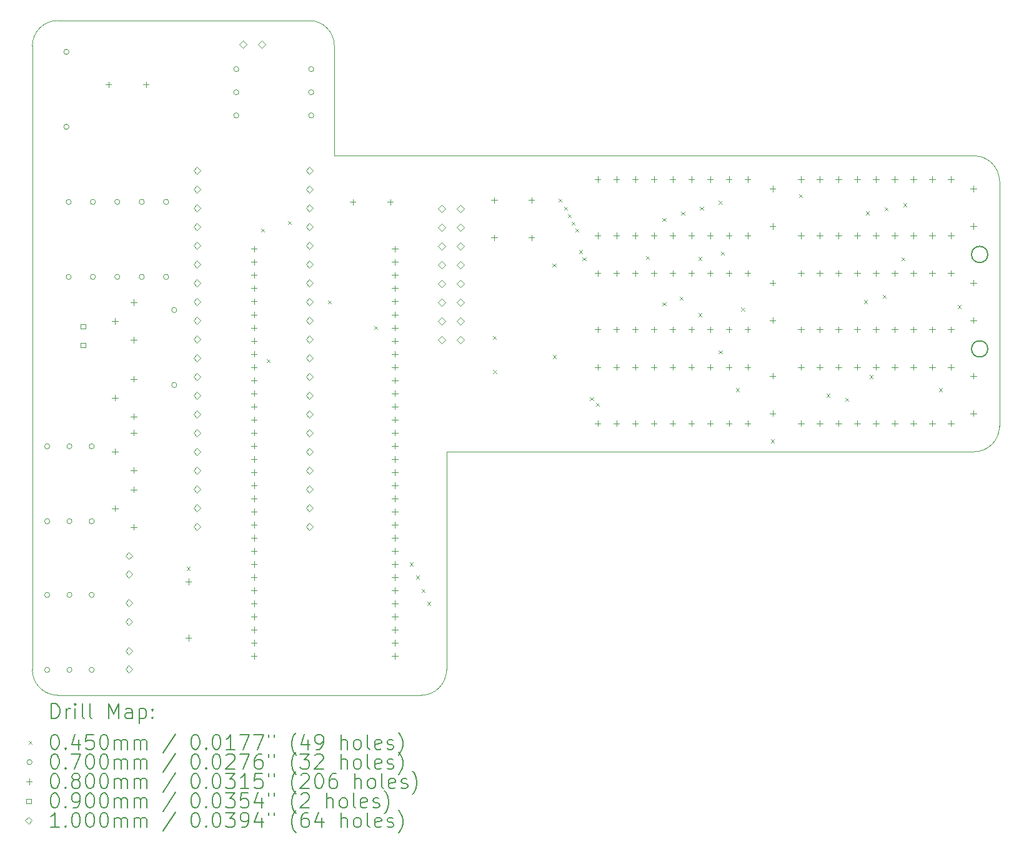
<source format=gbr>
%TF.GenerationSoftware,KiCad,Pcbnew,9.0.3*%
%TF.CreationDate,2025-12-08T23:35:01+00:00*%
%TF.ProjectId,V9958AdapterTC01,56393935-3841-4646-9170-746572544330,rev?*%
%TF.SameCoordinates,Original*%
%TF.FileFunction,Drillmap*%
%TF.FilePolarity,Positive*%
%FSLAX45Y45*%
G04 Gerber Fmt 4.5, Leading zero omitted, Abs format (unit mm)*
G04 Created by KiCad (PCBNEW 9.0.3) date 2025-12-08 23:35:01*
%MOMM*%
%LPD*%
G01*
G04 APERTURE LIST*
%ADD10C,0.050000*%
%ADD11C,0.200000*%
%ADD12C,0.100000*%
G04 APERTURE END LIST*
D10*
X15872000Y-8053000D02*
X15872000Y-4729000D01*
X3109000Y-11695027D02*
X8036000Y-11696000D01*
X6516000Y-2552538D02*
X3109502Y-2552021D01*
X8379000Y-11353000D02*
X8379000Y-8396000D01*
X2766538Y-2895000D02*
X2766000Y-11352000D01*
X6516000Y-2552538D02*
G75*
G02*
X6859002Y-2895538I0J-343002D01*
G01*
X6859000Y-4386000D02*
X6859000Y-2895538D01*
X8379000Y-8396000D02*
X15529000Y-8396000D01*
X8379000Y-11353000D02*
G75*
G02*
X8036000Y-11696000I-343000J0D01*
G01*
D11*
X15714000Y-7002000D02*
G75*
G02*
X15494000Y-7002000I-110000J0D01*
G01*
X15494000Y-7002000D02*
G75*
G02*
X15714000Y-7002000I110000J0D01*
G01*
D10*
X2766502Y-2895000D02*
G75*
G02*
X3109502Y-2552002I342998J0D01*
G01*
D11*
X15714000Y-5722000D02*
G75*
G02*
X15494000Y-5722000I-110000J0D01*
G01*
X15494000Y-5722000D02*
G75*
G02*
X15714000Y-5722000I110000J0D01*
G01*
D10*
X15872000Y-8053000D02*
G75*
G02*
X15529000Y-8396000I-343000J0D01*
G01*
X3109000Y-11695000D02*
G75*
G02*
X2766000Y-11352000I0J343000D01*
G01*
X15529000Y-4386000D02*
G75*
G02*
X15872000Y-4729000I0J-343000D01*
G01*
X15529000Y-4386000D02*
X6859000Y-4386000D01*
D11*
D12*
X4858500Y-9957200D02*
X4903500Y-10002200D01*
X4903500Y-9957200D02*
X4858500Y-10002200D01*
X5863500Y-5370500D02*
X5908500Y-5415500D01*
X5908500Y-5370500D02*
X5863500Y-5415500D01*
X5943500Y-7143500D02*
X5988500Y-7188500D01*
X5988500Y-7143500D02*
X5943500Y-7188500D01*
X6230500Y-5268500D02*
X6275500Y-5313500D01*
X6275500Y-5268500D02*
X6230500Y-5313500D01*
X6774500Y-6343500D02*
X6819500Y-6388500D01*
X6819500Y-6343500D02*
X6774500Y-6388500D01*
X7395500Y-6692500D02*
X7440500Y-6737500D01*
X7440500Y-6692500D02*
X7395500Y-6737500D01*
X7881500Y-9896500D02*
X7926500Y-9941500D01*
X7926500Y-9896500D02*
X7881500Y-9941500D01*
X7964500Y-10074500D02*
X8009500Y-10119500D01*
X8009500Y-10074500D02*
X7964500Y-10119500D01*
X8040500Y-10254500D02*
X8085500Y-10299500D01*
X8085500Y-10254500D02*
X8040500Y-10299500D01*
X8119500Y-10430500D02*
X8164500Y-10475500D01*
X8164500Y-10430500D02*
X8119500Y-10475500D01*
X9009500Y-6828500D02*
X9054500Y-6873500D01*
X9054500Y-6828500D02*
X9009500Y-6873500D01*
X9010500Y-7289500D02*
X9055500Y-7334500D01*
X9055500Y-7289500D02*
X9010500Y-7334500D01*
X9814500Y-5843500D02*
X9859500Y-5888500D01*
X9859500Y-5843500D02*
X9814500Y-5888500D01*
X9820500Y-7085500D02*
X9865500Y-7130500D01*
X9865500Y-7085500D02*
X9820500Y-7130500D01*
X9897500Y-4967500D02*
X9942500Y-5012500D01*
X9942500Y-4967500D02*
X9897500Y-5012500D01*
X9972500Y-5077500D02*
X10017500Y-5122500D01*
X10017500Y-5077500D02*
X9972500Y-5122500D01*
X10022600Y-5177158D02*
X10067600Y-5222158D01*
X10067600Y-5177158D02*
X10022600Y-5222158D01*
X10072700Y-5276456D02*
X10117700Y-5321456D01*
X10117700Y-5276456D02*
X10072700Y-5321456D01*
X10122800Y-5373500D02*
X10167800Y-5418500D01*
X10167800Y-5373500D02*
X10122800Y-5418500D01*
X10172900Y-5663500D02*
X10217900Y-5708500D01*
X10217900Y-5663500D02*
X10172900Y-5708500D01*
X10223000Y-5760500D02*
X10268000Y-5805500D01*
X10268000Y-5760500D02*
X10223000Y-5805500D01*
X10324600Y-7657500D02*
X10369600Y-7702500D01*
X10369600Y-7657500D02*
X10324600Y-7702500D01*
X10406079Y-7732500D02*
X10451079Y-7777500D01*
X10451079Y-7732500D02*
X10406079Y-7777500D01*
X11081500Y-5741500D02*
X11126500Y-5786500D01*
X11126500Y-5741500D02*
X11081500Y-5786500D01*
X11305400Y-5227500D02*
X11350400Y-5272500D01*
X11350400Y-5227500D02*
X11305400Y-5272500D01*
X11305400Y-6368500D02*
X11350400Y-6413500D01*
X11350400Y-6368500D02*
X11305400Y-6413500D01*
X11535600Y-6293500D02*
X11580600Y-6338500D01*
X11580600Y-6293500D02*
X11535600Y-6338500D01*
X11559400Y-5145500D02*
X11604400Y-5190500D01*
X11604400Y-5145500D02*
X11559400Y-5190500D01*
X11789600Y-5757500D02*
X11834600Y-5802500D01*
X11834600Y-5757500D02*
X11789600Y-5802500D01*
X11789600Y-6518500D02*
X11834600Y-6563500D01*
X11834600Y-6518500D02*
X11789600Y-6563500D01*
X11813400Y-5077500D02*
X11858400Y-5122500D01*
X11858400Y-5077500D02*
X11813400Y-5122500D01*
X12067400Y-4993500D02*
X12112400Y-5038500D01*
X12112400Y-4993500D02*
X12067400Y-5038500D01*
X12067400Y-7021500D02*
X12112400Y-7066500D01*
X12112400Y-7021500D02*
X12067400Y-7066500D01*
X12094500Y-5682500D02*
X12139500Y-5727500D01*
X12139500Y-5682500D02*
X12094500Y-5727500D01*
X12297600Y-7535500D02*
X12342600Y-7580500D01*
X12342600Y-7535500D02*
X12297600Y-7580500D01*
X12372600Y-6443500D02*
X12417600Y-6488500D01*
X12417600Y-6443500D02*
X12372600Y-6488500D01*
X12775500Y-8228700D02*
X12820500Y-8273700D01*
X12820500Y-8228700D02*
X12775500Y-8273700D01*
X13157500Y-4903500D02*
X13202500Y-4948500D01*
X13202500Y-4903500D02*
X13157500Y-4948500D01*
X13527600Y-7610500D02*
X13572600Y-7655500D01*
X13572600Y-7610500D02*
X13527600Y-7655500D01*
X13781500Y-7668500D02*
X13826500Y-7713500D01*
X13826500Y-7668500D02*
X13781500Y-7713500D01*
X14035600Y-6340500D02*
X14080600Y-6385500D01*
X14080600Y-6340500D02*
X14035600Y-6385500D01*
X14059400Y-5137500D02*
X14104400Y-5182500D01*
X14104400Y-5137500D02*
X14059400Y-5182500D01*
X14110600Y-7355500D02*
X14155600Y-7400500D01*
X14155600Y-7355500D02*
X14110600Y-7400500D01*
X14289600Y-6269500D02*
X14334600Y-6314500D01*
X14334600Y-6269500D02*
X14289600Y-6314500D01*
X14313400Y-5084500D02*
X14358400Y-5129500D01*
X14358400Y-5084500D02*
X14313400Y-5129500D01*
X14543600Y-5759500D02*
X14588600Y-5804500D01*
X14588600Y-5759500D02*
X14543600Y-5804500D01*
X14567400Y-5027500D02*
X14612400Y-5072500D01*
X14612400Y-5027500D02*
X14567400Y-5072500D01*
X15051600Y-7535500D02*
X15096600Y-7580500D01*
X15096600Y-7535500D02*
X15051600Y-7580500D01*
X15305600Y-6409500D02*
X15350600Y-6454500D01*
X15350600Y-6409500D02*
X15305600Y-6454500D01*
X3002000Y-8322000D02*
G75*
G02*
X2932000Y-8322000I-35000J0D01*
G01*
X2932000Y-8322000D02*
G75*
G02*
X3002000Y-8322000I35000J0D01*
G01*
X3002000Y-9338000D02*
G75*
G02*
X2932000Y-9338000I-35000J0D01*
G01*
X2932000Y-9338000D02*
G75*
G02*
X3002000Y-9338000I35000J0D01*
G01*
X3002000Y-10336000D02*
G75*
G02*
X2932000Y-10336000I-35000J0D01*
G01*
X2932000Y-10336000D02*
G75*
G02*
X3002000Y-10336000I35000J0D01*
G01*
X3002000Y-11352000D02*
G75*
G02*
X2932000Y-11352000I-35000J0D01*
G01*
X2932000Y-11352000D02*
G75*
G02*
X3002000Y-11352000I35000J0D01*
G01*
X3263000Y-2977000D02*
G75*
G02*
X3193000Y-2977000I-35000J0D01*
G01*
X3193000Y-2977000D02*
G75*
G02*
X3263000Y-2977000I35000J0D01*
G01*
X3263000Y-3993000D02*
G75*
G02*
X3193000Y-3993000I-35000J0D01*
G01*
X3193000Y-3993000D02*
G75*
G02*
X3263000Y-3993000I35000J0D01*
G01*
X3294000Y-5011000D02*
G75*
G02*
X3224000Y-5011000I-35000J0D01*
G01*
X3224000Y-5011000D02*
G75*
G02*
X3294000Y-5011000I35000J0D01*
G01*
X3294000Y-6027000D02*
G75*
G02*
X3224000Y-6027000I-35000J0D01*
G01*
X3224000Y-6027000D02*
G75*
G02*
X3294000Y-6027000I35000J0D01*
G01*
X3304000Y-8322000D02*
G75*
G02*
X3234000Y-8322000I-35000J0D01*
G01*
X3234000Y-8322000D02*
G75*
G02*
X3304000Y-8322000I35000J0D01*
G01*
X3304000Y-9338000D02*
G75*
G02*
X3234000Y-9338000I-35000J0D01*
G01*
X3234000Y-9338000D02*
G75*
G02*
X3304000Y-9338000I35000J0D01*
G01*
X3304000Y-10336000D02*
G75*
G02*
X3234000Y-10336000I-35000J0D01*
G01*
X3234000Y-10336000D02*
G75*
G02*
X3304000Y-10336000I35000J0D01*
G01*
X3304000Y-11352000D02*
G75*
G02*
X3234000Y-11352000I-35000J0D01*
G01*
X3234000Y-11352000D02*
G75*
G02*
X3304000Y-11352000I35000J0D01*
G01*
X3606000Y-8322000D02*
G75*
G02*
X3536000Y-8322000I-35000J0D01*
G01*
X3536000Y-8322000D02*
G75*
G02*
X3606000Y-8322000I35000J0D01*
G01*
X3606000Y-9338000D02*
G75*
G02*
X3536000Y-9338000I-35000J0D01*
G01*
X3536000Y-9338000D02*
G75*
G02*
X3606000Y-9338000I35000J0D01*
G01*
X3606000Y-10336000D02*
G75*
G02*
X3536000Y-10336000I-35000J0D01*
G01*
X3536000Y-10336000D02*
G75*
G02*
X3606000Y-10336000I35000J0D01*
G01*
X3606000Y-11352000D02*
G75*
G02*
X3536000Y-11352000I-35000J0D01*
G01*
X3536000Y-11352000D02*
G75*
G02*
X3606000Y-11352000I35000J0D01*
G01*
X3622000Y-5011000D02*
G75*
G02*
X3552000Y-5011000I-35000J0D01*
G01*
X3552000Y-5011000D02*
G75*
G02*
X3622000Y-5011000I35000J0D01*
G01*
X3622000Y-6027000D02*
G75*
G02*
X3552000Y-6027000I-35000J0D01*
G01*
X3552000Y-6027000D02*
G75*
G02*
X3622000Y-6027000I35000J0D01*
G01*
X3953000Y-5010000D02*
G75*
G02*
X3883000Y-5010000I-35000J0D01*
G01*
X3883000Y-5010000D02*
G75*
G02*
X3953000Y-5010000I35000J0D01*
G01*
X3953000Y-6026000D02*
G75*
G02*
X3883000Y-6026000I-35000J0D01*
G01*
X3883000Y-6026000D02*
G75*
G02*
X3953000Y-6026000I35000J0D01*
G01*
X4284000Y-5010000D02*
G75*
G02*
X4214000Y-5010000I-35000J0D01*
G01*
X4214000Y-5010000D02*
G75*
G02*
X4284000Y-5010000I35000J0D01*
G01*
X4284000Y-6026000D02*
G75*
G02*
X4214000Y-6026000I-35000J0D01*
G01*
X4214000Y-6026000D02*
G75*
G02*
X4284000Y-6026000I35000J0D01*
G01*
X4614000Y-5010000D02*
G75*
G02*
X4544000Y-5010000I-35000J0D01*
G01*
X4544000Y-5010000D02*
G75*
G02*
X4614000Y-5010000I35000J0D01*
G01*
X4614000Y-6026000D02*
G75*
G02*
X4544000Y-6026000I-35000J0D01*
G01*
X4544000Y-6026000D02*
G75*
G02*
X4614000Y-6026000I35000J0D01*
G01*
X4724000Y-6475000D02*
G75*
G02*
X4654000Y-6475000I-35000J0D01*
G01*
X4654000Y-6475000D02*
G75*
G02*
X4724000Y-6475000I35000J0D01*
G01*
X4724000Y-7491000D02*
G75*
G02*
X4654000Y-7491000I-35000J0D01*
G01*
X4654000Y-7491000D02*
G75*
G02*
X4724000Y-7491000I35000J0D01*
G01*
X5564000Y-3211000D02*
G75*
G02*
X5494000Y-3211000I-35000J0D01*
G01*
X5494000Y-3211000D02*
G75*
G02*
X5564000Y-3211000I35000J0D01*
G01*
X5564000Y-3524000D02*
G75*
G02*
X5494000Y-3524000I-35000J0D01*
G01*
X5494000Y-3524000D02*
G75*
G02*
X5564000Y-3524000I35000J0D01*
G01*
X5564000Y-3839000D02*
G75*
G02*
X5494000Y-3839000I-35000J0D01*
G01*
X5494000Y-3839000D02*
G75*
G02*
X5564000Y-3839000I35000J0D01*
G01*
X6580000Y-3211000D02*
G75*
G02*
X6510000Y-3211000I-35000J0D01*
G01*
X6510000Y-3211000D02*
G75*
G02*
X6580000Y-3211000I35000J0D01*
G01*
X6580000Y-3524000D02*
G75*
G02*
X6510000Y-3524000I-35000J0D01*
G01*
X6510000Y-3524000D02*
G75*
G02*
X6580000Y-3524000I35000J0D01*
G01*
X6580000Y-3839000D02*
G75*
G02*
X6510000Y-3839000I-35000J0D01*
G01*
X6510000Y-3839000D02*
G75*
G02*
X6580000Y-3839000I35000J0D01*
G01*
X3798000Y-3379000D02*
X3798000Y-3459000D01*
X3758000Y-3419000D02*
X3838000Y-3419000D01*
X3885500Y-6587000D02*
X3885500Y-6667000D01*
X3845500Y-6627000D02*
X3925500Y-6627000D01*
X3885500Y-7623000D02*
X3885500Y-7703000D01*
X3845500Y-7663000D02*
X3925500Y-7663000D01*
X3885500Y-8353000D02*
X3885500Y-8433000D01*
X3845500Y-8393000D02*
X3925500Y-8393000D01*
X3885500Y-9123000D02*
X3885500Y-9203000D01*
X3845500Y-9163000D02*
X3925500Y-9163000D01*
X4139500Y-6333000D02*
X4139500Y-6413000D01*
X4099500Y-6373000D02*
X4179500Y-6373000D01*
X4139500Y-6841000D02*
X4139500Y-6921000D01*
X4099500Y-6881000D02*
X4179500Y-6881000D01*
X4139500Y-7369000D02*
X4139500Y-7449000D01*
X4099500Y-7409000D02*
X4179500Y-7409000D01*
X4139500Y-7877000D02*
X4139500Y-7957000D01*
X4099500Y-7917000D02*
X4179500Y-7917000D01*
X4139500Y-8099000D02*
X4139500Y-8179000D01*
X4099500Y-8139000D02*
X4179500Y-8139000D01*
X4139500Y-8607000D02*
X4139500Y-8687000D01*
X4099500Y-8647000D02*
X4179500Y-8647000D01*
X4139500Y-8869000D02*
X4139500Y-8949000D01*
X4099500Y-8909000D02*
X4179500Y-8909000D01*
X4139500Y-9377000D02*
X4139500Y-9457000D01*
X4099500Y-9417000D02*
X4179500Y-9417000D01*
X4306000Y-3379000D02*
X4306000Y-3459000D01*
X4266000Y-3419000D02*
X4346000Y-3419000D01*
X4882000Y-10116000D02*
X4882000Y-10196000D01*
X4842000Y-10156000D02*
X4922000Y-10156000D01*
X4882000Y-10878000D02*
X4882000Y-10958000D01*
X4842000Y-10918000D02*
X4922000Y-10918000D01*
X5772000Y-5607000D02*
X5772000Y-5687000D01*
X5732000Y-5647000D02*
X5812000Y-5647000D01*
X5772000Y-5785000D02*
X5772000Y-5865000D01*
X5732000Y-5825000D02*
X5812000Y-5825000D01*
X5772000Y-5963000D02*
X5772000Y-6043000D01*
X5732000Y-6003000D02*
X5812000Y-6003000D01*
X5772000Y-6141000D02*
X5772000Y-6221000D01*
X5732000Y-6181000D02*
X5812000Y-6181000D01*
X5772000Y-6319000D02*
X5772000Y-6399000D01*
X5732000Y-6359000D02*
X5812000Y-6359000D01*
X5772000Y-6497000D02*
X5772000Y-6577000D01*
X5732000Y-6537000D02*
X5812000Y-6537000D01*
X5772000Y-6675000D02*
X5772000Y-6755000D01*
X5732000Y-6715000D02*
X5812000Y-6715000D01*
X5772000Y-6853000D02*
X5772000Y-6933000D01*
X5732000Y-6893000D02*
X5812000Y-6893000D01*
X5772000Y-7031000D02*
X5772000Y-7111000D01*
X5732000Y-7071000D02*
X5812000Y-7071000D01*
X5772000Y-7209000D02*
X5772000Y-7289000D01*
X5732000Y-7249000D02*
X5812000Y-7249000D01*
X5772000Y-7387000D02*
X5772000Y-7467000D01*
X5732000Y-7427000D02*
X5812000Y-7427000D01*
X5772000Y-7565000D02*
X5772000Y-7645000D01*
X5732000Y-7605000D02*
X5812000Y-7605000D01*
X5772000Y-7743000D02*
X5772000Y-7823000D01*
X5732000Y-7783000D02*
X5812000Y-7783000D01*
X5772000Y-7921000D02*
X5772000Y-8001000D01*
X5732000Y-7961000D02*
X5812000Y-7961000D01*
X5772000Y-8099000D02*
X5772000Y-8179000D01*
X5732000Y-8139000D02*
X5812000Y-8139000D01*
X5772000Y-8277000D02*
X5772000Y-8357000D01*
X5732000Y-8317000D02*
X5812000Y-8317000D01*
X5772000Y-8455000D02*
X5772000Y-8535000D01*
X5732000Y-8495000D02*
X5812000Y-8495000D01*
X5772000Y-8633000D02*
X5772000Y-8713000D01*
X5732000Y-8673000D02*
X5812000Y-8673000D01*
X5772000Y-8811000D02*
X5772000Y-8891000D01*
X5732000Y-8851000D02*
X5812000Y-8851000D01*
X5772000Y-8989000D02*
X5772000Y-9069000D01*
X5732000Y-9029000D02*
X5812000Y-9029000D01*
X5772000Y-9167000D02*
X5772000Y-9247000D01*
X5732000Y-9207000D02*
X5812000Y-9207000D01*
X5772000Y-9345000D02*
X5772000Y-9425000D01*
X5732000Y-9385000D02*
X5812000Y-9385000D01*
X5772000Y-9523000D02*
X5772000Y-9603000D01*
X5732000Y-9563000D02*
X5812000Y-9563000D01*
X5772000Y-9701000D02*
X5772000Y-9781000D01*
X5732000Y-9741000D02*
X5812000Y-9741000D01*
X5772000Y-9879000D02*
X5772000Y-9959000D01*
X5732000Y-9919000D02*
X5812000Y-9919000D01*
X5772000Y-10057000D02*
X5772000Y-10137000D01*
X5732000Y-10097000D02*
X5812000Y-10097000D01*
X5772000Y-10235000D02*
X5772000Y-10315000D01*
X5732000Y-10275000D02*
X5812000Y-10275000D01*
X5772000Y-10413000D02*
X5772000Y-10493000D01*
X5732000Y-10453000D02*
X5812000Y-10453000D01*
X5772000Y-10591000D02*
X5772000Y-10671000D01*
X5732000Y-10631000D02*
X5812000Y-10631000D01*
X5772000Y-10769000D02*
X5772000Y-10849000D01*
X5732000Y-10809000D02*
X5812000Y-10809000D01*
X5772000Y-10947000D02*
X5772000Y-11027000D01*
X5732000Y-10987000D02*
X5812000Y-10987000D01*
X5772000Y-11125000D02*
X5772000Y-11205000D01*
X5732000Y-11165000D02*
X5812000Y-11165000D01*
X7108000Y-4972000D02*
X7108000Y-5052000D01*
X7068000Y-5012000D02*
X7148000Y-5012000D01*
X7616000Y-4972000D02*
X7616000Y-5052000D01*
X7576000Y-5012000D02*
X7656000Y-5012000D01*
X7679000Y-5607000D02*
X7679000Y-5687000D01*
X7639000Y-5647000D02*
X7719000Y-5647000D01*
X7679000Y-5785000D02*
X7679000Y-5865000D01*
X7639000Y-5825000D02*
X7719000Y-5825000D01*
X7679000Y-5963000D02*
X7679000Y-6043000D01*
X7639000Y-6003000D02*
X7719000Y-6003000D01*
X7679000Y-6141000D02*
X7679000Y-6221000D01*
X7639000Y-6181000D02*
X7719000Y-6181000D01*
X7679000Y-6319000D02*
X7679000Y-6399000D01*
X7639000Y-6359000D02*
X7719000Y-6359000D01*
X7679000Y-6497000D02*
X7679000Y-6577000D01*
X7639000Y-6537000D02*
X7719000Y-6537000D01*
X7679000Y-6675000D02*
X7679000Y-6755000D01*
X7639000Y-6715000D02*
X7719000Y-6715000D01*
X7679000Y-6853000D02*
X7679000Y-6933000D01*
X7639000Y-6893000D02*
X7719000Y-6893000D01*
X7679000Y-7031000D02*
X7679000Y-7111000D01*
X7639000Y-7071000D02*
X7719000Y-7071000D01*
X7679000Y-7209000D02*
X7679000Y-7289000D01*
X7639000Y-7249000D02*
X7719000Y-7249000D01*
X7679000Y-7387000D02*
X7679000Y-7467000D01*
X7639000Y-7427000D02*
X7719000Y-7427000D01*
X7679000Y-7565000D02*
X7679000Y-7645000D01*
X7639000Y-7605000D02*
X7719000Y-7605000D01*
X7679000Y-7743000D02*
X7679000Y-7823000D01*
X7639000Y-7783000D02*
X7719000Y-7783000D01*
X7679000Y-7921000D02*
X7679000Y-8001000D01*
X7639000Y-7961000D02*
X7719000Y-7961000D01*
X7679000Y-8099000D02*
X7679000Y-8179000D01*
X7639000Y-8139000D02*
X7719000Y-8139000D01*
X7679000Y-8277000D02*
X7679000Y-8357000D01*
X7639000Y-8317000D02*
X7719000Y-8317000D01*
X7679000Y-8455000D02*
X7679000Y-8535000D01*
X7639000Y-8495000D02*
X7719000Y-8495000D01*
X7679000Y-8633000D02*
X7679000Y-8713000D01*
X7639000Y-8673000D02*
X7719000Y-8673000D01*
X7679000Y-8811000D02*
X7679000Y-8891000D01*
X7639000Y-8851000D02*
X7719000Y-8851000D01*
X7679000Y-8989000D02*
X7679000Y-9069000D01*
X7639000Y-9029000D02*
X7719000Y-9029000D01*
X7679000Y-9167000D02*
X7679000Y-9247000D01*
X7639000Y-9207000D02*
X7719000Y-9207000D01*
X7679000Y-9345000D02*
X7679000Y-9425000D01*
X7639000Y-9385000D02*
X7719000Y-9385000D01*
X7679000Y-9523000D02*
X7679000Y-9603000D01*
X7639000Y-9563000D02*
X7719000Y-9563000D01*
X7679000Y-9701000D02*
X7679000Y-9781000D01*
X7639000Y-9741000D02*
X7719000Y-9741000D01*
X7679000Y-9879000D02*
X7679000Y-9959000D01*
X7639000Y-9919000D02*
X7719000Y-9919000D01*
X7679000Y-10057000D02*
X7679000Y-10137000D01*
X7639000Y-10097000D02*
X7719000Y-10097000D01*
X7679000Y-10235000D02*
X7679000Y-10315000D01*
X7639000Y-10275000D02*
X7719000Y-10275000D01*
X7679000Y-10413000D02*
X7679000Y-10493000D01*
X7639000Y-10453000D02*
X7719000Y-10453000D01*
X7679000Y-10591000D02*
X7679000Y-10671000D01*
X7639000Y-10631000D02*
X7719000Y-10631000D01*
X7679000Y-10769000D02*
X7679000Y-10849000D01*
X7639000Y-10809000D02*
X7719000Y-10809000D01*
X7679000Y-10947000D02*
X7679000Y-11027000D01*
X7639000Y-10987000D02*
X7719000Y-10987000D01*
X7679000Y-11125000D02*
X7679000Y-11205000D01*
X7639000Y-11165000D02*
X7719000Y-11165000D01*
X9026000Y-4946000D02*
X9026000Y-5026000D01*
X8986000Y-4986000D02*
X9066000Y-4986000D01*
X9026000Y-5454000D02*
X9026000Y-5534000D01*
X8986000Y-5494000D02*
X9066000Y-5494000D01*
X9530000Y-4946000D02*
X9530000Y-5026000D01*
X9490000Y-4986000D02*
X9570000Y-4986000D01*
X9530000Y-5454000D02*
X9530000Y-5534000D01*
X9490000Y-5494000D02*
X9570000Y-5494000D01*
X10427000Y-4662000D02*
X10427000Y-4742000D01*
X10387000Y-4702000D02*
X10467000Y-4702000D01*
X10427000Y-5424000D02*
X10427000Y-5504000D01*
X10387000Y-5464000D02*
X10467000Y-5464000D01*
X10427000Y-5938000D02*
X10427000Y-6018000D01*
X10387000Y-5978000D02*
X10467000Y-5978000D01*
X10427000Y-6700000D02*
X10427000Y-6780000D01*
X10387000Y-6740000D02*
X10467000Y-6740000D01*
X10427000Y-7209000D02*
X10427000Y-7289000D01*
X10387000Y-7249000D02*
X10467000Y-7249000D01*
X10427000Y-7971000D02*
X10427000Y-8051000D01*
X10387000Y-8011000D02*
X10467000Y-8011000D01*
X10681000Y-4662000D02*
X10681000Y-4742000D01*
X10641000Y-4702000D02*
X10721000Y-4702000D01*
X10681000Y-5424000D02*
X10681000Y-5504000D01*
X10641000Y-5464000D02*
X10721000Y-5464000D01*
X10681000Y-5938000D02*
X10681000Y-6018000D01*
X10641000Y-5978000D02*
X10721000Y-5978000D01*
X10681000Y-6700000D02*
X10681000Y-6780000D01*
X10641000Y-6740000D02*
X10721000Y-6740000D01*
X10681000Y-7209000D02*
X10681000Y-7289000D01*
X10641000Y-7249000D02*
X10721000Y-7249000D01*
X10681000Y-7971000D02*
X10681000Y-8051000D01*
X10641000Y-8011000D02*
X10721000Y-8011000D01*
X10935000Y-4662000D02*
X10935000Y-4742000D01*
X10895000Y-4702000D02*
X10975000Y-4702000D01*
X10935000Y-5424000D02*
X10935000Y-5504000D01*
X10895000Y-5464000D02*
X10975000Y-5464000D01*
X10935000Y-5938000D02*
X10935000Y-6018000D01*
X10895000Y-5978000D02*
X10975000Y-5978000D01*
X10935000Y-6700000D02*
X10935000Y-6780000D01*
X10895000Y-6740000D02*
X10975000Y-6740000D01*
X10935000Y-7209000D02*
X10935000Y-7289000D01*
X10895000Y-7249000D02*
X10975000Y-7249000D01*
X10935000Y-7971000D02*
X10935000Y-8051000D01*
X10895000Y-8011000D02*
X10975000Y-8011000D01*
X11189000Y-4662000D02*
X11189000Y-4742000D01*
X11149000Y-4702000D02*
X11229000Y-4702000D01*
X11189000Y-5424000D02*
X11189000Y-5504000D01*
X11149000Y-5464000D02*
X11229000Y-5464000D01*
X11189000Y-5938000D02*
X11189000Y-6018000D01*
X11149000Y-5978000D02*
X11229000Y-5978000D01*
X11189000Y-6700000D02*
X11189000Y-6780000D01*
X11149000Y-6740000D02*
X11229000Y-6740000D01*
X11189000Y-7209000D02*
X11189000Y-7289000D01*
X11149000Y-7249000D02*
X11229000Y-7249000D01*
X11189000Y-7971000D02*
X11189000Y-8051000D01*
X11149000Y-8011000D02*
X11229000Y-8011000D01*
X11443000Y-4662000D02*
X11443000Y-4742000D01*
X11403000Y-4702000D02*
X11483000Y-4702000D01*
X11443000Y-5424000D02*
X11443000Y-5504000D01*
X11403000Y-5464000D02*
X11483000Y-5464000D01*
X11443000Y-5938000D02*
X11443000Y-6018000D01*
X11403000Y-5978000D02*
X11483000Y-5978000D01*
X11443000Y-6700000D02*
X11443000Y-6780000D01*
X11403000Y-6740000D02*
X11483000Y-6740000D01*
X11443000Y-7209000D02*
X11443000Y-7289000D01*
X11403000Y-7249000D02*
X11483000Y-7249000D01*
X11443000Y-7971000D02*
X11443000Y-8051000D01*
X11403000Y-8011000D02*
X11483000Y-8011000D01*
X11697000Y-4662000D02*
X11697000Y-4742000D01*
X11657000Y-4702000D02*
X11737000Y-4702000D01*
X11697000Y-5424000D02*
X11697000Y-5504000D01*
X11657000Y-5464000D02*
X11737000Y-5464000D01*
X11697000Y-5938000D02*
X11697000Y-6018000D01*
X11657000Y-5978000D02*
X11737000Y-5978000D01*
X11697000Y-6700000D02*
X11697000Y-6780000D01*
X11657000Y-6740000D02*
X11737000Y-6740000D01*
X11697000Y-7209000D02*
X11697000Y-7289000D01*
X11657000Y-7249000D02*
X11737000Y-7249000D01*
X11697000Y-7971000D02*
X11697000Y-8051000D01*
X11657000Y-8011000D02*
X11737000Y-8011000D01*
X11951000Y-4662000D02*
X11951000Y-4742000D01*
X11911000Y-4702000D02*
X11991000Y-4702000D01*
X11951000Y-5424000D02*
X11951000Y-5504000D01*
X11911000Y-5464000D02*
X11991000Y-5464000D01*
X11951000Y-5938000D02*
X11951000Y-6018000D01*
X11911000Y-5978000D02*
X11991000Y-5978000D01*
X11951000Y-6700000D02*
X11951000Y-6780000D01*
X11911000Y-6740000D02*
X11991000Y-6740000D01*
X11951000Y-7209000D02*
X11951000Y-7289000D01*
X11911000Y-7249000D02*
X11991000Y-7249000D01*
X11951000Y-7971000D02*
X11951000Y-8051000D01*
X11911000Y-8011000D02*
X11991000Y-8011000D01*
X12205000Y-4662000D02*
X12205000Y-4742000D01*
X12165000Y-4702000D02*
X12245000Y-4702000D01*
X12205000Y-5424000D02*
X12205000Y-5504000D01*
X12165000Y-5464000D02*
X12245000Y-5464000D01*
X12205000Y-5938000D02*
X12205000Y-6018000D01*
X12165000Y-5978000D02*
X12245000Y-5978000D01*
X12205000Y-6700000D02*
X12205000Y-6780000D01*
X12165000Y-6740000D02*
X12245000Y-6740000D01*
X12205000Y-7209000D02*
X12205000Y-7289000D01*
X12165000Y-7249000D02*
X12245000Y-7249000D01*
X12205000Y-7971000D02*
X12205000Y-8051000D01*
X12165000Y-8011000D02*
X12245000Y-8011000D01*
X12459000Y-4662000D02*
X12459000Y-4742000D01*
X12419000Y-4702000D02*
X12499000Y-4702000D01*
X12459000Y-5424000D02*
X12459000Y-5504000D01*
X12419000Y-5464000D02*
X12499000Y-5464000D01*
X12459000Y-5938000D02*
X12459000Y-6018000D01*
X12419000Y-5978000D02*
X12499000Y-5978000D01*
X12459000Y-6700000D02*
X12459000Y-6780000D01*
X12419000Y-6740000D02*
X12499000Y-6740000D01*
X12459000Y-7209000D02*
X12459000Y-7289000D01*
X12419000Y-7249000D02*
X12499000Y-7249000D01*
X12459000Y-7971000D02*
X12459000Y-8051000D01*
X12419000Y-8011000D02*
X12499000Y-8011000D01*
X12799000Y-4789000D02*
X12799000Y-4869000D01*
X12759000Y-4829000D02*
X12839000Y-4829000D01*
X12799000Y-5297000D02*
X12799000Y-5377000D01*
X12759000Y-5337000D02*
X12839000Y-5337000D01*
X12799000Y-6066000D02*
X12799000Y-6146000D01*
X12759000Y-6106000D02*
X12839000Y-6106000D01*
X12799000Y-6574000D02*
X12799000Y-6654000D01*
X12759000Y-6614000D02*
X12839000Y-6614000D01*
X12799000Y-7328000D02*
X12799000Y-7408000D01*
X12759000Y-7368000D02*
X12839000Y-7368000D01*
X12799000Y-7836000D02*
X12799000Y-7916000D01*
X12759000Y-7876000D02*
X12839000Y-7876000D01*
X13181000Y-4662000D02*
X13181000Y-4742000D01*
X13141000Y-4702000D02*
X13221000Y-4702000D01*
X13181000Y-5424000D02*
X13181000Y-5504000D01*
X13141000Y-5464000D02*
X13221000Y-5464000D01*
X13181000Y-5938000D02*
X13181000Y-6018000D01*
X13141000Y-5978000D02*
X13221000Y-5978000D01*
X13181000Y-6700000D02*
X13181000Y-6780000D01*
X13141000Y-6740000D02*
X13221000Y-6740000D01*
X13181000Y-7209000D02*
X13181000Y-7289000D01*
X13141000Y-7249000D02*
X13221000Y-7249000D01*
X13181000Y-7971000D02*
X13181000Y-8051000D01*
X13141000Y-8011000D02*
X13221000Y-8011000D01*
X13435000Y-4662000D02*
X13435000Y-4742000D01*
X13395000Y-4702000D02*
X13475000Y-4702000D01*
X13435000Y-5424000D02*
X13435000Y-5504000D01*
X13395000Y-5464000D02*
X13475000Y-5464000D01*
X13435000Y-5938000D02*
X13435000Y-6018000D01*
X13395000Y-5978000D02*
X13475000Y-5978000D01*
X13435000Y-6700000D02*
X13435000Y-6780000D01*
X13395000Y-6740000D02*
X13475000Y-6740000D01*
X13435000Y-7209000D02*
X13435000Y-7289000D01*
X13395000Y-7249000D02*
X13475000Y-7249000D01*
X13435000Y-7971000D02*
X13435000Y-8051000D01*
X13395000Y-8011000D02*
X13475000Y-8011000D01*
X13689000Y-4662000D02*
X13689000Y-4742000D01*
X13649000Y-4702000D02*
X13729000Y-4702000D01*
X13689000Y-5424000D02*
X13689000Y-5504000D01*
X13649000Y-5464000D02*
X13729000Y-5464000D01*
X13689000Y-5938000D02*
X13689000Y-6018000D01*
X13649000Y-5978000D02*
X13729000Y-5978000D01*
X13689000Y-6700000D02*
X13689000Y-6780000D01*
X13649000Y-6740000D02*
X13729000Y-6740000D01*
X13689000Y-7209000D02*
X13689000Y-7289000D01*
X13649000Y-7249000D02*
X13729000Y-7249000D01*
X13689000Y-7971000D02*
X13689000Y-8051000D01*
X13649000Y-8011000D02*
X13729000Y-8011000D01*
X13943000Y-4662000D02*
X13943000Y-4742000D01*
X13903000Y-4702000D02*
X13983000Y-4702000D01*
X13943000Y-5424000D02*
X13943000Y-5504000D01*
X13903000Y-5464000D02*
X13983000Y-5464000D01*
X13943000Y-5938000D02*
X13943000Y-6018000D01*
X13903000Y-5978000D02*
X13983000Y-5978000D01*
X13943000Y-6700000D02*
X13943000Y-6780000D01*
X13903000Y-6740000D02*
X13983000Y-6740000D01*
X13943000Y-7209000D02*
X13943000Y-7289000D01*
X13903000Y-7249000D02*
X13983000Y-7249000D01*
X13943000Y-7971000D02*
X13943000Y-8051000D01*
X13903000Y-8011000D02*
X13983000Y-8011000D01*
X14197000Y-4662000D02*
X14197000Y-4742000D01*
X14157000Y-4702000D02*
X14237000Y-4702000D01*
X14197000Y-5424000D02*
X14197000Y-5504000D01*
X14157000Y-5464000D02*
X14237000Y-5464000D01*
X14197000Y-5938000D02*
X14197000Y-6018000D01*
X14157000Y-5978000D02*
X14237000Y-5978000D01*
X14197000Y-6700000D02*
X14197000Y-6780000D01*
X14157000Y-6740000D02*
X14237000Y-6740000D01*
X14197000Y-7209000D02*
X14197000Y-7289000D01*
X14157000Y-7249000D02*
X14237000Y-7249000D01*
X14197000Y-7971000D02*
X14197000Y-8051000D01*
X14157000Y-8011000D02*
X14237000Y-8011000D01*
X14451000Y-4662000D02*
X14451000Y-4742000D01*
X14411000Y-4702000D02*
X14491000Y-4702000D01*
X14451000Y-5424000D02*
X14451000Y-5504000D01*
X14411000Y-5464000D02*
X14491000Y-5464000D01*
X14451000Y-5938000D02*
X14451000Y-6018000D01*
X14411000Y-5978000D02*
X14491000Y-5978000D01*
X14451000Y-6700000D02*
X14451000Y-6780000D01*
X14411000Y-6740000D02*
X14491000Y-6740000D01*
X14451000Y-7209000D02*
X14451000Y-7289000D01*
X14411000Y-7249000D02*
X14491000Y-7249000D01*
X14451000Y-7971000D02*
X14451000Y-8051000D01*
X14411000Y-8011000D02*
X14491000Y-8011000D01*
X14705000Y-4662000D02*
X14705000Y-4742000D01*
X14665000Y-4702000D02*
X14745000Y-4702000D01*
X14705000Y-5424000D02*
X14705000Y-5504000D01*
X14665000Y-5464000D02*
X14745000Y-5464000D01*
X14705000Y-5938000D02*
X14705000Y-6018000D01*
X14665000Y-5978000D02*
X14745000Y-5978000D01*
X14705000Y-6700000D02*
X14705000Y-6780000D01*
X14665000Y-6740000D02*
X14745000Y-6740000D01*
X14705000Y-7209000D02*
X14705000Y-7289000D01*
X14665000Y-7249000D02*
X14745000Y-7249000D01*
X14705000Y-7971000D02*
X14705000Y-8051000D01*
X14665000Y-8011000D02*
X14745000Y-8011000D01*
X14959000Y-4662000D02*
X14959000Y-4742000D01*
X14919000Y-4702000D02*
X14999000Y-4702000D01*
X14959000Y-5424000D02*
X14959000Y-5504000D01*
X14919000Y-5464000D02*
X14999000Y-5464000D01*
X14959000Y-5938000D02*
X14959000Y-6018000D01*
X14919000Y-5978000D02*
X14999000Y-5978000D01*
X14959000Y-6700000D02*
X14959000Y-6780000D01*
X14919000Y-6740000D02*
X14999000Y-6740000D01*
X14959000Y-7209000D02*
X14959000Y-7289000D01*
X14919000Y-7249000D02*
X14999000Y-7249000D01*
X14959000Y-7971000D02*
X14959000Y-8051000D01*
X14919000Y-8011000D02*
X14999000Y-8011000D01*
X15213000Y-4662000D02*
X15213000Y-4742000D01*
X15173000Y-4702000D02*
X15253000Y-4702000D01*
X15213000Y-5424000D02*
X15213000Y-5504000D01*
X15173000Y-5464000D02*
X15253000Y-5464000D01*
X15213000Y-5938000D02*
X15213000Y-6018000D01*
X15173000Y-5978000D02*
X15253000Y-5978000D01*
X15213000Y-6700000D02*
X15213000Y-6780000D01*
X15173000Y-6740000D02*
X15253000Y-6740000D01*
X15213000Y-7209000D02*
X15213000Y-7289000D01*
X15173000Y-7249000D02*
X15253000Y-7249000D01*
X15213000Y-7971000D02*
X15213000Y-8051000D01*
X15173000Y-8011000D02*
X15253000Y-8011000D01*
X15521000Y-4789000D02*
X15521000Y-4869000D01*
X15481000Y-4829000D02*
X15561000Y-4829000D01*
X15521000Y-5297000D02*
X15521000Y-5377000D01*
X15481000Y-5337000D02*
X15561000Y-5337000D01*
X15521000Y-6066000D02*
X15521000Y-6146000D01*
X15481000Y-6106000D02*
X15561000Y-6106000D01*
X15521000Y-6574000D02*
X15521000Y-6654000D01*
X15481000Y-6614000D02*
X15561000Y-6614000D01*
X15521000Y-7328000D02*
X15521000Y-7408000D01*
X15481000Y-7368000D02*
X15561000Y-7368000D01*
X15521000Y-7836000D02*
X15521000Y-7916000D01*
X15481000Y-7876000D02*
X15561000Y-7876000D01*
X3487320Y-6728320D02*
X3487320Y-6664680D01*
X3423680Y-6664680D01*
X3423680Y-6728320D01*
X3487320Y-6728320D01*
X3487320Y-6982320D02*
X3487320Y-6918680D01*
X3423680Y-6918680D01*
X3423680Y-6982320D01*
X3487320Y-6982320D01*
X4076000Y-9855000D02*
X4126000Y-9805000D01*
X4076000Y-9755000D01*
X4026000Y-9805000D01*
X4076000Y-9855000D01*
X4076000Y-10105000D02*
X4126000Y-10055000D01*
X4076000Y-10005000D01*
X4026000Y-10055000D01*
X4076000Y-10105000D01*
X4076000Y-10495000D02*
X4126000Y-10445000D01*
X4076000Y-10395000D01*
X4026000Y-10445000D01*
X4076000Y-10495000D01*
X4076000Y-10745000D02*
X4126000Y-10695000D01*
X4076000Y-10645000D01*
X4026000Y-10695000D01*
X4076000Y-10745000D01*
X4076000Y-11144500D02*
X4126000Y-11094500D01*
X4076000Y-11044500D01*
X4026000Y-11094500D01*
X4076000Y-11144500D01*
X4076000Y-11394500D02*
X4126000Y-11344500D01*
X4076000Y-11294500D01*
X4026000Y-11344500D01*
X4076000Y-11394500D01*
X4999000Y-4638000D02*
X5049000Y-4588000D01*
X4999000Y-4538000D01*
X4949000Y-4588000D01*
X4999000Y-4638000D01*
X4999000Y-4892000D02*
X5049000Y-4842000D01*
X4999000Y-4792000D01*
X4949000Y-4842000D01*
X4999000Y-4892000D01*
X4999000Y-5146000D02*
X5049000Y-5096000D01*
X4999000Y-5046000D01*
X4949000Y-5096000D01*
X4999000Y-5146000D01*
X4999000Y-5400000D02*
X5049000Y-5350000D01*
X4999000Y-5300000D01*
X4949000Y-5350000D01*
X4999000Y-5400000D01*
X4999000Y-5654000D02*
X5049000Y-5604000D01*
X4999000Y-5554000D01*
X4949000Y-5604000D01*
X4999000Y-5654000D01*
X4999000Y-5908000D02*
X5049000Y-5858000D01*
X4999000Y-5808000D01*
X4949000Y-5858000D01*
X4999000Y-5908000D01*
X4999000Y-6162000D02*
X5049000Y-6112000D01*
X4999000Y-6062000D01*
X4949000Y-6112000D01*
X4999000Y-6162000D01*
X4999000Y-6416000D02*
X5049000Y-6366000D01*
X4999000Y-6316000D01*
X4949000Y-6366000D01*
X4999000Y-6416000D01*
X4999000Y-6670000D02*
X5049000Y-6620000D01*
X4999000Y-6570000D01*
X4949000Y-6620000D01*
X4999000Y-6670000D01*
X4999000Y-6924000D02*
X5049000Y-6874000D01*
X4999000Y-6824000D01*
X4949000Y-6874000D01*
X4999000Y-6924000D01*
X4999000Y-7178000D02*
X5049000Y-7128000D01*
X4999000Y-7078000D01*
X4949000Y-7128000D01*
X4999000Y-7178000D01*
X4999000Y-7432000D02*
X5049000Y-7382000D01*
X4999000Y-7332000D01*
X4949000Y-7382000D01*
X4999000Y-7432000D01*
X4999000Y-7686000D02*
X5049000Y-7636000D01*
X4999000Y-7586000D01*
X4949000Y-7636000D01*
X4999000Y-7686000D01*
X4999000Y-7940000D02*
X5049000Y-7890000D01*
X4999000Y-7840000D01*
X4949000Y-7890000D01*
X4999000Y-7940000D01*
X4999000Y-8194000D02*
X5049000Y-8144000D01*
X4999000Y-8094000D01*
X4949000Y-8144000D01*
X4999000Y-8194000D01*
X4999000Y-8448000D02*
X5049000Y-8398000D01*
X4999000Y-8348000D01*
X4949000Y-8398000D01*
X4999000Y-8448000D01*
X4999000Y-8702000D02*
X5049000Y-8652000D01*
X4999000Y-8602000D01*
X4949000Y-8652000D01*
X4999000Y-8702000D01*
X4999000Y-8956000D02*
X5049000Y-8906000D01*
X4999000Y-8856000D01*
X4949000Y-8906000D01*
X4999000Y-8956000D01*
X4999000Y-9210000D02*
X5049000Y-9160000D01*
X4999000Y-9110000D01*
X4949000Y-9160000D01*
X4999000Y-9210000D01*
X4999000Y-9464000D02*
X5049000Y-9414000D01*
X4999000Y-9364000D01*
X4949000Y-9414000D01*
X4999000Y-9464000D01*
X5620500Y-2923000D02*
X5670500Y-2873000D01*
X5620500Y-2823000D01*
X5570500Y-2873000D01*
X5620500Y-2923000D01*
X5874500Y-2923000D02*
X5924500Y-2873000D01*
X5874500Y-2823000D01*
X5824500Y-2873000D01*
X5874500Y-2923000D01*
X6523000Y-4638000D02*
X6573000Y-4588000D01*
X6523000Y-4538000D01*
X6473000Y-4588000D01*
X6523000Y-4638000D01*
X6523000Y-4892000D02*
X6573000Y-4842000D01*
X6523000Y-4792000D01*
X6473000Y-4842000D01*
X6523000Y-4892000D01*
X6523000Y-5146000D02*
X6573000Y-5096000D01*
X6523000Y-5046000D01*
X6473000Y-5096000D01*
X6523000Y-5146000D01*
X6523000Y-5400000D02*
X6573000Y-5350000D01*
X6523000Y-5300000D01*
X6473000Y-5350000D01*
X6523000Y-5400000D01*
X6523000Y-5654000D02*
X6573000Y-5604000D01*
X6523000Y-5554000D01*
X6473000Y-5604000D01*
X6523000Y-5654000D01*
X6523000Y-5908000D02*
X6573000Y-5858000D01*
X6523000Y-5808000D01*
X6473000Y-5858000D01*
X6523000Y-5908000D01*
X6523000Y-6162000D02*
X6573000Y-6112000D01*
X6523000Y-6062000D01*
X6473000Y-6112000D01*
X6523000Y-6162000D01*
X6523000Y-6416000D02*
X6573000Y-6366000D01*
X6523000Y-6316000D01*
X6473000Y-6366000D01*
X6523000Y-6416000D01*
X6523000Y-6670000D02*
X6573000Y-6620000D01*
X6523000Y-6570000D01*
X6473000Y-6620000D01*
X6523000Y-6670000D01*
X6523000Y-6924000D02*
X6573000Y-6874000D01*
X6523000Y-6824000D01*
X6473000Y-6874000D01*
X6523000Y-6924000D01*
X6523000Y-7178000D02*
X6573000Y-7128000D01*
X6523000Y-7078000D01*
X6473000Y-7128000D01*
X6523000Y-7178000D01*
X6523000Y-7432000D02*
X6573000Y-7382000D01*
X6523000Y-7332000D01*
X6473000Y-7382000D01*
X6523000Y-7432000D01*
X6523000Y-7686000D02*
X6573000Y-7636000D01*
X6523000Y-7586000D01*
X6473000Y-7636000D01*
X6523000Y-7686000D01*
X6523000Y-7940000D02*
X6573000Y-7890000D01*
X6523000Y-7840000D01*
X6473000Y-7890000D01*
X6523000Y-7940000D01*
X6523000Y-8194000D02*
X6573000Y-8144000D01*
X6523000Y-8094000D01*
X6473000Y-8144000D01*
X6523000Y-8194000D01*
X6523000Y-8448000D02*
X6573000Y-8398000D01*
X6523000Y-8348000D01*
X6473000Y-8398000D01*
X6523000Y-8448000D01*
X6523000Y-8702000D02*
X6573000Y-8652000D01*
X6523000Y-8602000D01*
X6473000Y-8652000D01*
X6523000Y-8702000D01*
X6523000Y-8956000D02*
X6573000Y-8906000D01*
X6523000Y-8856000D01*
X6473000Y-8906000D01*
X6523000Y-8956000D01*
X6523000Y-9210000D02*
X6573000Y-9160000D01*
X6523000Y-9110000D01*
X6473000Y-9160000D01*
X6523000Y-9210000D01*
X6523000Y-9464000D02*
X6573000Y-9414000D01*
X6523000Y-9364000D01*
X6473000Y-9414000D01*
X6523000Y-9464000D01*
X8317000Y-5152000D02*
X8367000Y-5102000D01*
X8317000Y-5052000D01*
X8267000Y-5102000D01*
X8317000Y-5152000D01*
X8317000Y-5406000D02*
X8367000Y-5356000D01*
X8317000Y-5306000D01*
X8267000Y-5356000D01*
X8317000Y-5406000D01*
X8317000Y-5660000D02*
X8367000Y-5610000D01*
X8317000Y-5560000D01*
X8267000Y-5610000D01*
X8317000Y-5660000D01*
X8317000Y-5914000D02*
X8367000Y-5864000D01*
X8317000Y-5814000D01*
X8267000Y-5864000D01*
X8317000Y-5914000D01*
X8317000Y-6168000D02*
X8367000Y-6118000D01*
X8317000Y-6068000D01*
X8267000Y-6118000D01*
X8317000Y-6168000D01*
X8317000Y-6422000D02*
X8367000Y-6372000D01*
X8317000Y-6322000D01*
X8267000Y-6372000D01*
X8317000Y-6422000D01*
X8317000Y-6676000D02*
X8367000Y-6626000D01*
X8317000Y-6576000D01*
X8267000Y-6626000D01*
X8317000Y-6676000D01*
X8317000Y-6930000D02*
X8367000Y-6880000D01*
X8317000Y-6830000D01*
X8267000Y-6880000D01*
X8317000Y-6930000D01*
X8571000Y-5152000D02*
X8621000Y-5102000D01*
X8571000Y-5052000D01*
X8521000Y-5102000D01*
X8571000Y-5152000D01*
X8571000Y-5406000D02*
X8621000Y-5356000D01*
X8571000Y-5306000D01*
X8521000Y-5356000D01*
X8571000Y-5406000D01*
X8571000Y-5660000D02*
X8621000Y-5610000D01*
X8571000Y-5560000D01*
X8521000Y-5610000D01*
X8571000Y-5660000D01*
X8571000Y-5914000D02*
X8621000Y-5864000D01*
X8571000Y-5814000D01*
X8521000Y-5864000D01*
X8571000Y-5914000D01*
X8571000Y-6168000D02*
X8621000Y-6118000D01*
X8571000Y-6068000D01*
X8521000Y-6118000D01*
X8571000Y-6168000D01*
X8571000Y-6422000D02*
X8621000Y-6372000D01*
X8571000Y-6322000D01*
X8521000Y-6372000D01*
X8571000Y-6422000D01*
X8571000Y-6676000D02*
X8621000Y-6626000D01*
X8571000Y-6576000D01*
X8521000Y-6626000D01*
X8571000Y-6676000D01*
X8571000Y-6930000D02*
X8621000Y-6880000D01*
X8571000Y-6830000D01*
X8521000Y-6880000D01*
X8571000Y-6930000D01*
D11*
X3024277Y-12009984D02*
X3024277Y-11809984D01*
X3024277Y-11809984D02*
X3071896Y-11809984D01*
X3071896Y-11809984D02*
X3100467Y-11819508D01*
X3100467Y-11819508D02*
X3119515Y-11838555D01*
X3119515Y-11838555D02*
X3129039Y-11857603D01*
X3129039Y-11857603D02*
X3138562Y-11895698D01*
X3138562Y-11895698D02*
X3138562Y-11924269D01*
X3138562Y-11924269D02*
X3129039Y-11962365D01*
X3129039Y-11962365D02*
X3119515Y-11981412D01*
X3119515Y-11981412D02*
X3100467Y-12000460D01*
X3100467Y-12000460D02*
X3071896Y-12009984D01*
X3071896Y-12009984D02*
X3024277Y-12009984D01*
X3224277Y-12009984D02*
X3224277Y-11876650D01*
X3224277Y-11914746D02*
X3233801Y-11895698D01*
X3233801Y-11895698D02*
X3243324Y-11886174D01*
X3243324Y-11886174D02*
X3262372Y-11876650D01*
X3262372Y-11876650D02*
X3281420Y-11876650D01*
X3348086Y-12009984D02*
X3348086Y-11876650D01*
X3348086Y-11809984D02*
X3338562Y-11819508D01*
X3338562Y-11819508D02*
X3348086Y-11829031D01*
X3348086Y-11829031D02*
X3357610Y-11819508D01*
X3357610Y-11819508D02*
X3348086Y-11809984D01*
X3348086Y-11809984D02*
X3348086Y-11829031D01*
X3471896Y-12009984D02*
X3452848Y-12000460D01*
X3452848Y-12000460D02*
X3443324Y-11981412D01*
X3443324Y-11981412D02*
X3443324Y-11809984D01*
X3576658Y-12009984D02*
X3557610Y-12000460D01*
X3557610Y-12000460D02*
X3548086Y-11981412D01*
X3548086Y-11981412D02*
X3548086Y-11809984D01*
X3805229Y-12009984D02*
X3805229Y-11809984D01*
X3805229Y-11809984D02*
X3871896Y-11952841D01*
X3871896Y-11952841D02*
X3938562Y-11809984D01*
X3938562Y-11809984D02*
X3938562Y-12009984D01*
X4119515Y-12009984D02*
X4119515Y-11905222D01*
X4119515Y-11905222D02*
X4109991Y-11886174D01*
X4109991Y-11886174D02*
X4090943Y-11876650D01*
X4090943Y-11876650D02*
X4052848Y-11876650D01*
X4052848Y-11876650D02*
X4033801Y-11886174D01*
X4119515Y-12000460D02*
X4100467Y-12009984D01*
X4100467Y-12009984D02*
X4052848Y-12009984D01*
X4052848Y-12009984D02*
X4033801Y-12000460D01*
X4033801Y-12000460D02*
X4024277Y-11981412D01*
X4024277Y-11981412D02*
X4024277Y-11962365D01*
X4024277Y-11962365D02*
X4033801Y-11943317D01*
X4033801Y-11943317D02*
X4052848Y-11933793D01*
X4052848Y-11933793D02*
X4100467Y-11933793D01*
X4100467Y-11933793D02*
X4119515Y-11924269D01*
X4214753Y-11876650D02*
X4214753Y-12076650D01*
X4214753Y-11886174D02*
X4233801Y-11876650D01*
X4233801Y-11876650D02*
X4271896Y-11876650D01*
X4271896Y-11876650D02*
X4290944Y-11886174D01*
X4290944Y-11886174D02*
X4300467Y-11895698D01*
X4300467Y-11895698D02*
X4309991Y-11914746D01*
X4309991Y-11914746D02*
X4309991Y-11971888D01*
X4309991Y-11971888D02*
X4300467Y-11990936D01*
X4300467Y-11990936D02*
X4290944Y-12000460D01*
X4290944Y-12000460D02*
X4271896Y-12009984D01*
X4271896Y-12009984D02*
X4233801Y-12009984D01*
X4233801Y-12009984D02*
X4214753Y-12000460D01*
X4395705Y-11990936D02*
X4405229Y-12000460D01*
X4405229Y-12000460D02*
X4395705Y-12009984D01*
X4395705Y-12009984D02*
X4386182Y-12000460D01*
X4386182Y-12000460D02*
X4395705Y-11990936D01*
X4395705Y-11990936D02*
X4395705Y-12009984D01*
X4395705Y-11886174D02*
X4405229Y-11895698D01*
X4405229Y-11895698D02*
X4395705Y-11905222D01*
X4395705Y-11905222D02*
X4386182Y-11895698D01*
X4386182Y-11895698D02*
X4395705Y-11886174D01*
X4395705Y-11886174D02*
X4395705Y-11905222D01*
D12*
X2718500Y-12316000D02*
X2763500Y-12361000D01*
X2763500Y-12316000D02*
X2718500Y-12361000D01*
D11*
X3062372Y-12229984D02*
X3081420Y-12229984D01*
X3081420Y-12229984D02*
X3100467Y-12239508D01*
X3100467Y-12239508D02*
X3109991Y-12249031D01*
X3109991Y-12249031D02*
X3119515Y-12268079D01*
X3119515Y-12268079D02*
X3129039Y-12306174D01*
X3129039Y-12306174D02*
X3129039Y-12353793D01*
X3129039Y-12353793D02*
X3119515Y-12391888D01*
X3119515Y-12391888D02*
X3109991Y-12410936D01*
X3109991Y-12410936D02*
X3100467Y-12420460D01*
X3100467Y-12420460D02*
X3081420Y-12429984D01*
X3081420Y-12429984D02*
X3062372Y-12429984D01*
X3062372Y-12429984D02*
X3043324Y-12420460D01*
X3043324Y-12420460D02*
X3033801Y-12410936D01*
X3033801Y-12410936D02*
X3024277Y-12391888D01*
X3024277Y-12391888D02*
X3014753Y-12353793D01*
X3014753Y-12353793D02*
X3014753Y-12306174D01*
X3014753Y-12306174D02*
X3024277Y-12268079D01*
X3024277Y-12268079D02*
X3033801Y-12249031D01*
X3033801Y-12249031D02*
X3043324Y-12239508D01*
X3043324Y-12239508D02*
X3062372Y-12229984D01*
X3214753Y-12410936D02*
X3224277Y-12420460D01*
X3224277Y-12420460D02*
X3214753Y-12429984D01*
X3214753Y-12429984D02*
X3205229Y-12420460D01*
X3205229Y-12420460D02*
X3214753Y-12410936D01*
X3214753Y-12410936D02*
X3214753Y-12429984D01*
X3395705Y-12296650D02*
X3395705Y-12429984D01*
X3348086Y-12220460D02*
X3300467Y-12363317D01*
X3300467Y-12363317D02*
X3424277Y-12363317D01*
X3595705Y-12229984D02*
X3500467Y-12229984D01*
X3500467Y-12229984D02*
X3490943Y-12325222D01*
X3490943Y-12325222D02*
X3500467Y-12315698D01*
X3500467Y-12315698D02*
X3519515Y-12306174D01*
X3519515Y-12306174D02*
X3567134Y-12306174D01*
X3567134Y-12306174D02*
X3586182Y-12315698D01*
X3586182Y-12315698D02*
X3595705Y-12325222D01*
X3595705Y-12325222D02*
X3605229Y-12344269D01*
X3605229Y-12344269D02*
X3605229Y-12391888D01*
X3605229Y-12391888D02*
X3595705Y-12410936D01*
X3595705Y-12410936D02*
X3586182Y-12420460D01*
X3586182Y-12420460D02*
X3567134Y-12429984D01*
X3567134Y-12429984D02*
X3519515Y-12429984D01*
X3519515Y-12429984D02*
X3500467Y-12420460D01*
X3500467Y-12420460D02*
X3490943Y-12410936D01*
X3729039Y-12229984D02*
X3748086Y-12229984D01*
X3748086Y-12229984D02*
X3767134Y-12239508D01*
X3767134Y-12239508D02*
X3776658Y-12249031D01*
X3776658Y-12249031D02*
X3786182Y-12268079D01*
X3786182Y-12268079D02*
X3795705Y-12306174D01*
X3795705Y-12306174D02*
X3795705Y-12353793D01*
X3795705Y-12353793D02*
X3786182Y-12391888D01*
X3786182Y-12391888D02*
X3776658Y-12410936D01*
X3776658Y-12410936D02*
X3767134Y-12420460D01*
X3767134Y-12420460D02*
X3748086Y-12429984D01*
X3748086Y-12429984D02*
X3729039Y-12429984D01*
X3729039Y-12429984D02*
X3709991Y-12420460D01*
X3709991Y-12420460D02*
X3700467Y-12410936D01*
X3700467Y-12410936D02*
X3690943Y-12391888D01*
X3690943Y-12391888D02*
X3681420Y-12353793D01*
X3681420Y-12353793D02*
X3681420Y-12306174D01*
X3681420Y-12306174D02*
X3690943Y-12268079D01*
X3690943Y-12268079D02*
X3700467Y-12249031D01*
X3700467Y-12249031D02*
X3709991Y-12239508D01*
X3709991Y-12239508D02*
X3729039Y-12229984D01*
X3881420Y-12429984D02*
X3881420Y-12296650D01*
X3881420Y-12315698D02*
X3890943Y-12306174D01*
X3890943Y-12306174D02*
X3909991Y-12296650D01*
X3909991Y-12296650D02*
X3938563Y-12296650D01*
X3938563Y-12296650D02*
X3957610Y-12306174D01*
X3957610Y-12306174D02*
X3967134Y-12325222D01*
X3967134Y-12325222D02*
X3967134Y-12429984D01*
X3967134Y-12325222D02*
X3976658Y-12306174D01*
X3976658Y-12306174D02*
X3995705Y-12296650D01*
X3995705Y-12296650D02*
X4024277Y-12296650D01*
X4024277Y-12296650D02*
X4043324Y-12306174D01*
X4043324Y-12306174D02*
X4052848Y-12325222D01*
X4052848Y-12325222D02*
X4052848Y-12429984D01*
X4148086Y-12429984D02*
X4148086Y-12296650D01*
X4148086Y-12315698D02*
X4157610Y-12306174D01*
X4157610Y-12306174D02*
X4176658Y-12296650D01*
X4176658Y-12296650D02*
X4205229Y-12296650D01*
X4205229Y-12296650D02*
X4224277Y-12306174D01*
X4224277Y-12306174D02*
X4233801Y-12325222D01*
X4233801Y-12325222D02*
X4233801Y-12429984D01*
X4233801Y-12325222D02*
X4243325Y-12306174D01*
X4243325Y-12306174D02*
X4262372Y-12296650D01*
X4262372Y-12296650D02*
X4290944Y-12296650D01*
X4290944Y-12296650D02*
X4309991Y-12306174D01*
X4309991Y-12306174D02*
X4319515Y-12325222D01*
X4319515Y-12325222D02*
X4319515Y-12429984D01*
X4709991Y-12220460D02*
X4538563Y-12477603D01*
X4967134Y-12229984D02*
X4986182Y-12229984D01*
X4986182Y-12229984D02*
X5005229Y-12239508D01*
X5005229Y-12239508D02*
X5014753Y-12249031D01*
X5014753Y-12249031D02*
X5024277Y-12268079D01*
X5024277Y-12268079D02*
X5033801Y-12306174D01*
X5033801Y-12306174D02*
X5033801Y-12353793D01*
X5033801Y-12353793D02*
X5024277Y-12391888D01*
X5024277Y-12391888D02*
X5014753Y-12410936D01*
X5014753Y-12410936D02*
X5005229Y-12420460D01*
X5005229Y-12420460D02*
X4986182Y-12429984D01*
X4986182Y-12429984D02*
X4967134Y-12429984D01*
X4967134Y-12429984D02*
X4948087Y-12420460D01*
X4948087Y-12420460D02*
X4938563Y-12410936D01*
X4938563Y-12410936D02*
X4929039Y-12391888D01*
X4929039Y-12391888D02*
X4919515Y-12353793D01*
X4919515Y-12353793D02*
X4919515Y-12306174D01*
X4919515Y-12306174D02*
X4929039Y-12268079D01*
X4929039Y-12268079D02*
X4938563Y-12249031D01*
X4938563Y-12249031D02*
X4948087Y-12239508D01*
X4948087Y-12239508D02*
X4967134Y-12229984D01*
X5119515Y-12410936D02*
X5129039Y-12420460D01*
X5129039Y-12420460D02*
X5119515Y-12429984D01*
X5119515Y-12429984D02*
X5109991Y-12420460D01*
X5109991Y-12420460D02*
X5119515Y-12410936D01*
X5119515Y-12410936D02*
X5119515Y-12429984D01*
X5252848Y-12229984D02*
X5271896Y-12229984D01*
X5271896Y-12229984D02*
X5290944Y-12239508D01*
X5290944Y-12239508D02*
X5300468Y-12249031D01*
X5300468Y-12249031D02*
X5309991Y-12268079D01*
X5309991Y-12268079D02*
X5319515Y-12306174D01*
X5319515Y-12306174D02*
X5319515Y-12353793D01*
X5319515Y-12353793D02*
X5309991Y-12391888D01*
X5309991Y-12391888D02*
X5300468Y-12410936D01*
X5300468Y-12410936D02*
X5290944Y-12420460D01*
X5290944Y-12420460D02*
X5271896Y-12429984D01*
X5271896Y-12429984D02*
X5252848Y-12429984D01*
X5252848Y-12429984D02*
X5233801Y-12420460D01*
X5233801Y-12420460D02*
X5224277Y-12410936D01*
X5224277Y-12410936D02*
X5214753Y-12391888D01*
X5214753Y-12391888D02*
X5205229Y-12353793D01*
X5205229Y-12353793D02*
X5205229Y-12306174D01*
X5205229Y-12306174D02*
X5214753Y-12268079D01*
X5214753Y-12268079D02*
X5224277Y-12249031D01*
X5224277Y-12249031D02*
X5233801Y-12239508D01*
X5233801Y-12239508D02*
X5252848Y-12229984D01*
X5509991Y-12429984D02*
X5395706Y-12429984D01*
X5452848Y-12429984D02*
X5452848Y-12229984D01*
X5452848Y-12229984D02*
X5433801Y-12258555D01*
X5433801Y-12258555D02*
X5414753Y-12277603D01*
X5414753Y-12277603D02*
X5395706Y-12287127D01*
X5576658Y-12229984D02*
X5709991Y-12229984D01*
X5709991Y-12229984D02*
X5624277Y-12429984D01*
X5767134Y-12229984D02*
X5900467Y-12229984D01*
X5900467Y-12229984D02*
X5814753Y-12429984D01*
X5967134Y-12229984D02*
X5967134Y-12268079D01*
X6043325Y-12229984D02*
X6043325Y-12268079D01*
X6338563Y-12506174D02*
X6329039Y-12496650D01*
X6329039Y-12496650D02*
X6309991Y-12468079D01*
X6309991Y-12468079D02*
X6300468Y-12449031D01*
X6300468Y-12449031D02*
X6290944Y-12420460D01*
X6290944Y-12420460D02*
X6281420Y-12372841D01*
X6281420Y-12372841D02*
X6281420Y-12334746D01*
X6281420Y-12334746D02*
X6290944Y-12287127D01*
X6290944Y-12287127D02*
X6300468Y-12258555D01*
X6300468Y-12258555D02*
X6309991Y-12239508D01*
X6309991Y-12239508D02*
X6329039Y-12210936D01*
X6329039Y-12210936D02*
X6338563Y-12201412D01*
X6500468Y-12296650D02*
X6500468Y-12429984D01*
X6452848Y-12220460D02*
X6405229Y-12363317D01*
X6405229Y-12363317D02*
X6529039Y-12363317D01*
X6614753Y-12429984D02*
X6652848Y-12429984D01*
X6652848Y-12429984D02*
X6671896Y-12420460D01*
X6671896Y-12420460D02*
X6681420Y-12410936D01*
X6681420Y-12410936D02*
X6700468Y-12382365D01*
X6700468Y-12382365D02*
X6709991Y-12344269D01*
X6709991Y-12344269D02*
X6709991Y-12268079D01*
X6709991Y-12268079D02*
X6700468Y-12249031D01*
X6700468Y-12249031D02*
X6690944Y-12239508D01*
X6690944Y-12239508D02*
X6671896Y-12229984D01*
X6671896Y-12229984D02*
X6633801Y-12229984D01*
X6633801Y-12229984D02*
X6614753Y-12239508D01*
X6614753Y-12239508D02*
X6605229Y-12249031D01*
X6605229Y-12249031D02*
X6595706Y-12268079D01*
X6595706Y-12268079D02*
X6595706Y-12315698D01*
X6595706Y-12315698D02*
X6605229Y-12334746D01*
X6605229Y-12334746D02*
X6614753Y-12344269D01*
X6614753Y-12344269D02*
X6633801Y-12353793D01*
X6633801Y-12353793D02*
X6671896Y-12353793D01*
X6671896Y-12353793D02*
X6690944Y-12344269D01*
X6690944Y-12344269D02*
X6700468Y-12334746D01*
X6700468Y-12334746D02*
X6709991Y-12315698D01*
X6948087Y-12429984D02*
X6948087Y-12229984D01*
X7033801Y-12429984D02*
X7033801Y-12325222D01*
X7033801Y-12325222D02*
X7024277Y-12306174D01*
X7024277Y-12306174D02*
X7005230Y-12296650D01*
X7005230Y-12296650D02*
X6976658Y-12296650D01*
X6976658Y-12296650D02*
X6957610Y-12306174D01*
X6957610Y-12306174D02*
X6948087Y-12315698D01*
X7157610Y-12429984D02*
X7138563Y-12420460D01*
X7138563Y-12420460D02*
X7129039Y-12410936D01*
X7129039Y-12410936D02*
X7119515Y-12391888D01*
X7119515Y-12391888D02*
X7119515Y-12334746D01*
X7119515Y-12334746D02*
X7129039Y-12315698D01*
X7129039Y-12315698D02*
X7138563Y-12306174D01*
X7138563Y-12306174D02*
X7157610Y-12296650D01*
X7157610Y-12296650D02*
X7186182Y-12296650D01*
X7186182Y-12296650D02*
X7205230Y-12306174D01*
X7205230Y-12306174D02*
X7214753Y-12315698D01*
X7214753Y-12315698D02*
X7224277Y-12334746D01*
X7224277Y-12334746D02*
X7224277Y-12391888D01*
X7224277Y-12391888D02*
X7214753Y-12410936D01*
X7214753Y-12410936D02*
X7205230Y-12420460D01*
X7205230Y-12420460D02*
X7186182Y-12429984D01*
X7186182Y-12429984D02*
X7157610Y-12429984D01*
X7338563Y-12429984D02*
X7319515Y-12420460D01*
X7319515Y-12420460D02*
X7309991Y-12401412D01*
X7309991Y-12401412D02*
X7309991Y-12229984D01*
X7490944Y-12420460D02*
X7471896Y-12429984D01*
X7471896Y-12429984D02*
X7433801Y-12429984D01*
X7433801Y-12429984D02*
X7414753Y-12420460D01*
X7414753Y-12420460D02*
X7405230Y-12401412D01*
X7405230Y-12401412D02*
X7405230Y-12325222D01*
X7405230Y-12325222D02*
X7414753Y-12306174D01*
X7414753Y-12306174D02*
X7433801Y-12296650D01*
X7433801Y-12296650D02*
X7471896Y-12296650D01*
X7471896Y-12296650D02*
X7490944Y-12306174D01*
X7490944Y-12306174D02*
X7500468Y-12325222D01*
X7500468Y-12325222D02*
X7500468Y-12344269D01*
X7500468Y-12344269D02*
X7405230Y-12363317D01*
X7576658Y-12420460D02*
X7595706Y-12429984D01*
X7595706Y-12429984D02*
X7633801Y-12429984D01*
X7633801Y-12429984D02*
X7652849Y-12420460D01*
X7652849Y-12420460D02*
X7662372Y-12401412D01*
X7662372Y-12401412D02*
X7662372Y-12391888D01*
X7662372Y-12391888D02*
X7652849Y-12372841D01*
X7652849Y-12372841D02*
X7633801Y-12363317D01*
X7633801Y-12363317D02*
X7605230Y-12363317D01*
X7605230Y-12363317D02*
X7586182Y-12353793D01*
X7586182Y-12353793D02*
X7576658Y-12334746D01*
X7576658Y-12334746D02*
X7576658Y-12325222D01*
X7576658Y-12325222D02*
X7586182Y-12306174D01*
X7586182Y-12306174D02*
X7605230Y-12296650D01*
X7605230Y-12296650D02*
X7633801Y-12296650D01*
X7633801Y-12296650D02*
X7652849Y-12306174D01*
X7729039Y-12506174D02*
X7738563Y-12496650D01*
X7738563Y-12496650D02*
X7757611Y-12468079D01*
X7757611Y-12468079D02*
X7767134Y-12449031D01*
X7767134Y-12449031D02*
X7776658Y-12420460D01*
X7776658Y-12420460D02*
X7786182Y-12372841D01*
X7786182Y-12372841D02*
X7786182Y-12334746D01*
X7786182Y-12334746D02*
X7776658Y-12287127D01*
X7776658Y-12287127D02*
X7767134Y-12258555D01*
X7767134Y-12258555D02*
X7757611Y-12239508D01*
X7757611Y-12239508D02*
X7738563Y-12210936D01*
X7738563Y-12210936D02*
X7729039Y-12201412D01*
D12*
X2763500Y-12602500D02*
G75*
G02*
X2693500Y-12602500I-35000J0D01*
G01*
X2693500Y-12602500D02*
G75*
G02*
X2763500Y-12602500I35000J0D01*
G01*
D11*
X3062372Y-12493984D02*
X3081420Y-12493984D01*
X3081420Y-12493984D02*
X3100467Y-12503508D01*
X3100467Y-12503508D02*
X3109991Y-12513031D01*
X3109991Y-12513031D02*
X3119515Y-12532079D01*
X3119515Y-12532079D02*
X3129039Y-12570174D01*
X3129039Y-12570174D02*
X3129039Y-12617793D01*
X3129039Y-12617793D02*
X3119515Y-12655888D01*
X3119515Y-12655888D02*
X3109991Y-12674936D01*
X3109991Y-12674936D02*
X3100467Y-12684460D01*
X3100467Y-12684460D02*
X3081420Y-12693984D01*
X3081420Y-12693984D02*
X3062372Y-12693984D01*
X3062372Y-12693984D02*
X3043324Y-12684460D01*
X3043324Y-12684460D02*
X3033801Y-12674936D01*
X3033801Y-12674936D02*
X3024277Y-12655888D01*
X3024277Y-12655888D02*
X3014753Y-12617793D01*
X3014753Y-12617793D02*
X3014753Y-12570174D01*
X3014753Y-12570174D02*
X3024277Y-12532079D01*
X3024277Y-12532079D02*
X3033801Y-12513031D01*
X3033801Y-12513031D02*
X3043324Y-12503508D01*
X3043324Y-12503508D02*
X3062372Y-12493984D01*
X3214753Y-12674936D02*
X3224277Y-12684460D01*
X3224277Y-12684460D02*
X3214753Y-12693984D01*
X3214753Y-12693984D02*
X3205229Y-12684460D01*
X3205229Y-12684460D02*
X3214753Y-12674936D01*
X3214753Y-12674936D02*
X3214753Y-12693984D01*
X3290943Y-12493984D02*
X3424277Y-12493984D01*
X3424277Y-12493984D02*
X3338562Y-12693984D01*
X3538562Y-12493984D02*
X3557610Y-12493984D01*
X3557610Y-12493984D02*
X3576658Y-12503508D01*
X3576658Y-12503508D02*
X3586182Y-12513031D01*
X3586182Y-12513031D02*
X3595705Y-12532079D01*
X3595705Y-12532079D02*
X3605229Y-12570174D01*
X3605229Y-12570174D02*
X3605229Y-12617793D01*
X3605229Y-12617793D02*
X3595705Y-12655888D01*
X3595705Y-12655888D02*
X3586182Y-12674936D01*
X3586182Y-12674936D02*
X3576658Y-12684460D01*
X3576658Y-12684460D02*
X3557610Y-12693984D01*
X3557610Y-12693984D02*
X3538562Y-12693984D01*
X3538562Y-12693984D02*
X3519515Y-12684460D01*
X3519515Y-12684460D02*
X3509991Y-12674936D01*
X3509991Y-12674936D02*
X3500467Y-12655888D01*
X3500467Y-12655888D02*
X3490943Y-12617793D01*
X3490943Y-12617793D02*
X3490943Y-12570174D01*
X3490943Y-12570174D02*
X3500467Y-12532079D01*
X3500467Y-12532079D02*
X3509991Y-12513031D01*
X3509991Y-12513031D02*
X3519515Y-12503508D01*
X3519515Y-12503508D02*
X3538562Y-12493984D01*
X3729039Y-12493984D02*
X3748086Y-12493984D01*
X3748086Y-12493984D02*
X3767134Y-12503508D01*
X3767134Y-12503508D02*
X3776658Y-12513031D01*
X3776658Y-12513031D02*
X3786182Y-12532079D01*
X3786182Y-12532079D02*
X3795705Y-12570174D01*
X3795705Y-12570174D02*
X3795705Y-12617793D01*
X3795705Y-12617793D02*
X3786182Y-12655888D01*
X3786182Y-12655888D02*
X3776658Y-12674936D01*
X3776658Y-12674936D02*
X3767134Y-12684460D01*
X3767134Y-12684460D02*
X3748086Y-12693984D01*
X3748086Y-12693984D02*
X3729039Y-12693984D01*
X3729039Y-12693984D02*
X3709991Y-12684460D01*
X3709991Y-12684460D02*
X3700467Y-12674936D01*
X3700467Y-12674936D02*
X3690943Y-12655888D01*
X3690943Y-12655888D02*
X3681420Y-12617793D01*
X3681420Y-12617793D02*
X3681420Y-12570174D01*
X3681420Y-12570174D02*
X3690943Y-12532079D01*
X3690943Y-12532079D02*
X3700467Y-12513031D01*
X3700467Y-12513031D02*
X3709991Y-12503508D01*
X3709991Y-12503508D02*
X3729039Y-12493984D01*
X3881420Y-12693984D02*
X3881420Y-12560650D01*
X3881420Y-12579698D02*
X3890943Y-12570174D01*
X3890943Y-12570174D02*
X3909991Y-12560650D01*
X3909991Y-12560650D02*
X3938563Y-12560650D01*
X3938563Y-12560650D02*
X3957610Y-12570174D01*
X3957610Y-12570174D02*
X3967134Y-12589222D01*
X3967134Y-12589222D02*
X3967134Y-12693984D01*
X3967134Y-12589222D02*
X3976658Y-12570174D01*
X3976658Y-12570174D02*
X3995705Y-12560650D01*
X3995705Y-12560650D02*
X4024277Y-12560650D01*
X4024277Y-12560650D02*
X4043324Y-12570174D01*
X4043324Y-12570174D02*
X4052848Y-12589222D01*
X4052848Y-12589222D02*
X4052848Y-12693984D01*
X4148086Y-12693984D02*
X4148086Y-12560650D01*
X4148086Y-12579698D02*
X4157610Y-12570174D01*
X4157610Y-12570174D02*
X4176658Y-12560650D01*
X4176658Y-12560650D02*
X4205229Y-12560650D01*
X4205229Y-12560650D02*
X4224277Y-12570174D01*
X4224277Y-12570174D02*
X4233801Y-12589222D01*
X4233801Y-12589222D02*
X4233801Y-12693984D01*
X4233801Y-12589222D02*
X4243325Y-12570174D01*
X4243325Y-12570174D02*
X4262372Y-12560650D01*
X4262372Y-12560650D02*
X4290944Y-12560650D01*
X4290944Y-12560650D02*
X4309991Y-12570174D01*
X4309991Y-12570174D02*
X4319515Y-12589222D01*
X4319515Y-12589222D02*
X4319515Y-12693984D01*
X4709991Y-12484460D02*
X4538563Y-12741603D01*
X4967134Y-12493984D02*
X4986182Y-12493984D01*
X4986182Y-12493984D02*
X5005229Y-12503508D01*
X5005229Y-12503508D02*
X5014753Y-12513031D01*
X5014753Y-12513031D02*
X5024277Y-12532079D01*
X5024277Y-12532079D02*
X5033801Y-12570174D01*
X5033801Y-12570174D02*
X5033801Y-12617793D01*
X5033801Y-12617793D02*
X5024277Y-12655888D01*
X5024277Y-12655888D02*
X5014753Y-12674936D01*
X5014753Y-12674936D02*
X5005229Y-12684460D01*
X5005229Y-12684460D02*
X4986182Y-12693984D01*
X4986182Y-12693984D02*
X4967134Y-12693984D01*
X4967134Y-12693984D02*
X4948087Y-12684460D01*
X4948087Y-12684460D02*
X4938563Y-12674936D01*
X4938563Y-12674936D02*
X4929039Y-12655888D01*
X4929039Y-12655888D02*
X4919515Y-12617793D01*
X4919515Y-12617793D02*
X4919515Y-12570174D01*
X4919515Y-12570174D02*
X4929039Y-12532079D01*
X4929039Y-12532079D02*
X4938563Y-12513031D01*
X4938563Y-12513031D02*
X4948087Y-12503508D01*
X4948087Y-12503508D02*
X4967134Y-12493984D01*
X5119515Y-12674936D02*
X5129039Y-12684460D01*
X5129039Y-12684460D02*
X5119515Y-12693984D01*
X5119515Y-12693984D02*
X5109991Y-12684460D01*
X5109991Y-12684460D02*
X5119515Y-12674936D01*
X5119515Y-12674936D02*
X5119515Y-12693984D01*
X5252848Y-12493984D02*
X5271896Y-12493984D01*
X5271896Y-12493984D02*
X5290944Y-12503508D01*
X5290944Y-12503508D02*
X5300468Y-12513031D01*
X5300468Y-12513031D02*
X5309991Y-12532079D01*
X5309991Y-12532079D02*
X5319515Y-12570174D01*
X5319515Y-12570174D02*
X5319515Y-12617793D01*
X5319515Y-12617793D02*
X5309991Y-12655888D01*
X5309991Y-12655888D02*
X5300468Y-12674936D01*
X5300468Y-12674936D02*
X5290944Y-12684460D01*
X5290944Y-12684460D02*
X5271896Y-12693984D01*
X5271896Y-12693984D02*
X5252848Y-12693984D01*
X5252848Y-12693984D02*
X5233801Y-12684460D01*
X5233801Y-12684460D02*
X5224277Y-12674936D01*
X5224277Y-12674936D02*
X5214753Y-12655888D01*
X5214753Y-12655888D02*
X5205229Y-12617793D01*
X5205229Y-12617793D02*
X5205229Y-12570174D01*
X5205229Y-12570174D02*
X5214753Y-12532079D01*
X5214753Y-12532079D02*
X5224277Y-12513031D01*
X5224277Y-12513031D02*
X5233801Y-12503508D01*
X5233801Y-12503508D02*
X5252848Y-12493984D01*
X5395706Y-12513031D02*
X5405229Y-12503508D01*
X5405229Y-12503508D02*
X5424277Y-12493984D01*
X5424277Y-12493984D02*
X5471896Y-12493984D01*
X5471896Y-12493984D02*
X5490944Y-12503508D01*
X5490944Y-12503508D02*
X5500468Y-12513031D01*
X5500468Y-12513031D02*
X5509991Y-12532079D01*
X5509991Y-12532079D02*
X5509991Y-12551127D01*
X5509991Y-12551127D02*
X5500468Y-12579698D01*
X5500468Y-12579698D02*
X5386182Y-12693984D01*
X5386182Y-12693984D02*
X5509991Y-12693984D01*
X5576658Y-12493984D02*
X5709991Y-12493984D01*
X5709991Y-12493984D02*
X5624277Y-12693984D01*
X5871896Y-12493984D02*
X5833801Y-12493984D01*
X5833801Y-12493984D02*
X5814753Y-12503508D01*
X5814753Y-12503508D02*
X5805229Y-12513031D01*
X5805229Y-12513031D02*
X5786182Y-12541603D01*
X5786182Y-12541603D02*
X5776658Y-12579698D01*
X5776658Y-12579698D02*
X5776658Y-12655888D01*
X5776658Y-12655888D02*
X5786182Y-12674936D01*
X5786182Y-12674936D02*
X5795706Y-12684460D01*
X5795706Y-12684460D02*
X5814753Y-12693984D01*
X5814753Y-12693984D02*
X5852848Y-12693984D01*
X5852848Y-12693984D02*
X5871896Y-12684460D01*
X5871896Y-12684460D02*
X5881420Y-12674936D01*
X5881420Y-12674936D02*
X5890944Y-12655888D01*
X5890944Y-12655888D02*
X5890944Y-12608269D01*
X5890944Y-12608269D02*
X5881420Y-12589222D01*
X5881420Y-12589222D02*
X5871896Y-12579698D01*
X5871896Y-12579698D02*
X5852848Y-12570174D01*
X5852848Y-12570174D02*
X5814753Y-12570174D01*
X5814753Y-12570174D02*
X5795706Y-12579698D01*
X5795706Y-12579698D02*
X5786182Y-12589222D01*
X5786182Y-12589222D02*
X5776658Y-12608269D01*
X5967134Y-12493984D02*
X5967134Y-12532079D01*
X6043325Y-12493984D02*
X6043325Y-12532079D01*
X6338563Y-12770174D02*
X6329039Y-12760650D01*
X6329039Y-12760650D02*
X6309991Y-12732079D01*
X6309991Y-12732079D02*
X6300468Y-12713031D01*
X6300468Y-12713031D02*
X6290944Y-12684460D01*
X6290944Y-12684460D02*
X6281420Y-12636841D01*
X6281420Y-12636841D02*
X6281420Y-12598746D01*
X6281420Y-12598746D02*
X6290944Y-12551127D01*
X6290944Y-12551127D02*
X6300468Y-12522555D01*
X6300468Y-12522555D02*
X6309991Y-12503508D01*
X6309991Y-12503508D02*
X6329039Y-12474936D01*
X6329039Y-12474936D02*
X6338563Y-12465412D01*
X6395706Y-12493984D02*
X6519515Y-12493984D01*
X6519515Y-12493984D02*
X6452848Y-12570174D01*
X6452848Y-12570174D02*
X6481420Y-12570174D01*
X6481420Y-12570174D02*
X6500468Y-12579698D01*
X6500468Y-12579698D02*
X6509991Y-12589222D01*
X6509991Y-12589222D02*
X6519515Y-12608269D01*
X6519515Y-12608269D02*
X6519515Y-12655888D01*
X6519515Y-12655888D02*
X6509991Y-12674936D01*
X6509991Y-12674936D02*
X6500468Y-12684460D01*
X6500468Y-12684460D02*
X6481420Y-12693984D01*
X6481420Y-12693984D02*
X6424277Y-12693984D01*
X6424277Y-12693984D02*
X6405229Y-12684460D01*
X6405229Y-12684460D02*
X6395706Y-12674936D01*
X6595706Y-12513031D02*
X6605229Y-12503508D01*
X6605229Y-12503508D02*
X6624277Y-12493984D01*
X6624277Y-12493984D02*
X6671896Y-12493984D01*
X6671896Y-12493984D02*
X6690944Y-12503508D01*
X6690944Y-12503508D02*
X6700468Y-12513031D01*
X6700468Y-12513031D02*
X6709991Y-12532079D01*
X6709991Y-12532079D02*
X6709991Y-12551127D01*
X6709991Y-12551127D02*
X6700468Y-12579698D01*
X6700468Y-12579698D02*
X6586182Y-12693984D01*
X6586182Y-12693984D02*
X6709991Y-12693984D01*
X6948087Y-12693984D02*
X6948087Y-12493984D01*
X7033801Y-12693984D02*
X7033801Y-12589222D01*
X7033801Y-12589222D02*
X7024277Y-12570174D01*
X7024277Y-12570174D02*
X7005230Y-12560650D01*
X7005230Y-12560650D02*
X6976658Y-12560650D01*
X6976658Y-12560650D02*
X6957610Y-12570174D01*
X6957610Y-12570174D02*
X6948087Y-12579698D01*
X7157610Y-12693984D02*
X7138563Y-12684460D01*
X7138563Y-12684460D02*
X7129039Y-12674936D01*
X7129039Y-12674936D02*
X7119515Y-12655888D01*
X7119515Y-12655888D02*
X7119515Y-12598746D01*
X7119515Y-12598746D02*
X7129039Y-12579698D01*
X7129039Y-12579698D02*
X7138563Y-12570174D01*
X7138563Y-12570174D02*
X7157610Y-12560650D01*
X7157610Y-12560650D02*
X7186182Y-12560650D01*
X7186182Y-12560650D02*
X7205230Y-12570174D01*
X7205230Y-12570174D02*
X7214753Y-12579698D01*
X7214753Y-12579698D02*
X7224277Y-12598746D01*
X7224277Y-12598746D02*
X7224277Y-12655888D01*
X7224277Y-12655888D02*
X7214753Y-12674936D01*
X7214753Y-12674936D02*
X7205230Y-12684460D01*
X7205230Y-12684460D02*
X7186182Y-12693984D01*
X7186182Y-12693984D02*
X7157610Y-12693984D01*
X7338563Y-12693984D02*
X7319515Y-12684460D01*
X7319515Y-12684460D02*
X7309991Y-12665412D01*
X7309991Y-12665412D02*
X7309991Y-12493984D01*
X7490944Y-12684460D02*
X7471896Y-12693984D01*
X7471896Y-12693984D02*
X7433801Y-12693984D01*
X7433801Y-12693984D02*
X7414753Y-12684460D01*
X7414753Y-12684460D02*
X7405230Y-12665412D01*
X7405230Y-12665412D02*
X7405230Y-12589222D01*
X7405230Y-12589222D02*
X7414753Y-12570174D01*
X7414753Y-12570174D02*
X7433801Y-12560650D01*
X7433801Y-12560650D02*
X7471896Y-12560650D01*
X7471896Y-12560650D02*
X7490944Y-12570174D01*
X7490944Y-12570174D02*
X7500468Y-12589222D01*
X7500468Y-12589222D02*
X7500468Y-12608269D01*
X7500468Y-12608269D02*
X7405230Y-12627317D01*
X7576658Y-12684460D02*
X7595706Y-12693984D01*
X7595706Y-12693984D02*
X7633801Y-12693984D01*
X7633801Y-12693984D02*
X7652849Y-12684460D01*
X7652849Y-12684460D02*
X7662372Y-12665412D01*
X7662372Y-12665412D02*
X7662372Y-12655888D01*
X7662372Y-12655888D02*
X7652849Y-12636841D01*
X7652849Y-12636841D02*
X7633801Y-12627317D01*
X7633801Y-12627317D02*
X7605230Y-12627317D01*
X7605230Y-12627317D02*
X7586182Y-12617793D01*
X7586182Y-12617793D02*
X7576658Y-12598746D01*
X7576658Y-12598746D02*
X7576658Y-12589222D01*
X7576658Y-12589222D02*
X7586182Y-12570174D01*
X7586182Y-12570174D02*
X7605230Y-12560650D01*
X7605230Y-12560650D02*
X7633801Y-12560650D01*
X7633801Y-12560650D02*
X7652849Y-12570174D01*
X7729039Y-12770174D02*
X7738563Y-12760650D01*
X7738563Y-12760650D02*
X7757611Y-12732079D01*
X7757611Y-12732079D02*
X7767134Y-12713031D01*
X7767134Y-12713031D02*
X7776658Y-12684460D01*
X7776658Y-12684460D02*
X7786182Y-12636841D01*
X7786182Y-12636841D02*
X7786182Y-12598746D01*
X7786182Y-12598746D02*
X7776658Y-12551127D01*
X7776658Y-12551127D02*
X7767134Y-12522555D01*
X7767134Y-12522555D02*
X7757611Y-12503508D01*
X7757611Y-12503508D02*
X7738563Y-12474936D01*
X7738563Y-12474936D02*
X7729039Y-12465412D01*
D12*
X2723500Y-12826500D02*
X2723500Y-12906500D01*
X2683500Y-12866500D02*
X2763500Y-12866500D01*
D11*
X3062372Y-12757984D02*
X3081420Y-12757984D01*
X3081420Y-12757984D02*
X3100467Y-12767508D01*
X3100467Y-12767508D02*
X3109991Y-12777031D01*
X3109991Y-12777031D02*
X3119515Y-12796079D01*
X3119515Y-12796079D02*
X3129039Y-12834174D01*
X3129039Y-12834174D02*
X3129039Y-12881793D01*
X3129039Y-12881793D02*
X3119515Y-12919888D01*
X3119515Y-12919888D02*
X3109991Y-12938936D01*
X3109991Y-12938936D02*
X3100467Y-12948460D01*
X3100467Y-12948460D02*
X3081420Y-12957984D01*
X3081420Y-12957984D02*
X3062372Y-12957984D01*
X3062372Y-12957984D02*
X3043324Y-12948460D01*
X3043324Y-12948460D02*
X3033801Y-12938936D01*
X3033801Y-12938936D02*
X3024277Y-12919888D01*
X3024277Y-12919888D02*
X3014753Y-12881793D01*
X3014753Y-12881793D02*
X3014753Y-12834174D01*
X3014753Y-12834174D02*
X3024277Y-12796079D01*
X3024277Y-12796079D02*
X3033801Y-12777031D01*
X3033801Y-12777031D02*
X3043324Y-12767508D01*
X3043324Y-12767508D02*
X3062372Y-12757984D01*
X3214753Y-12938936D02*
X3224277Y-12948460D01*
X3224277Y-12948460D02*
X3214753Y-12957984D01*
X3214753Y-12957984D02*
X3205229Y-12948460D01*
X3205229Y-12948460D02*
X3214753Y-12938936D01*
X3214753Y-12938936D02*
X3214753Y-12957984D01*
X3338562Y-12843698D02*
X3319515Y-12834174D01*
X3319515Y-12834174D02*
X3309991Y-12824650D01*
X3309991Y-12824650D02*
X3300467Y-12805603D01*
X3300467Y-12805603D02*
X3300467Y-12796079D01*
X3300467Y-12796079D02*
X3309991Y-12777031D01*
X3309991Y-12777031D02*
X3319515Y-12767508D01*
X3319515Y-12767508D02*
X3338562Y-12757984D01*
X3338562Y-12757984D02*
X3376658Y-12757984D01*
X3376658Y-12757984D02*
X3395705Y-12767508D01*
X3395705Y-12767508D02*
X3405229Y-12777031D01*
X3405229Y-12777031D02*
X3414753Y-12796079D01*
X3414753Y-12796079D02*
X3414753Y-12805603D01*
X3414753Y-12805603D02*
X3405229Y-12824650D01*
X3405229Y-12824650D02*
X3395705Y-12834174D01*
X3395705Y-12834174D02*
X3376658Y-12843698D01*
X3376658Y-12843698D02*
X3338562Y-12843698D01*
X3338562Y-12843698D02*
X3319515Y-12853222D01*
X3319515Y-12853222D02*
X3309991Y-12862746D01*
X3309991Y-12862746D02*
X3300467Y-12881793D01*
X3300467Y-12881793D02*
X3300467Y-12919888D01*
X3300467Y-12919888D02*
X3309991Y-12938936D01*
X3309991Y-12938936D02*
X3319515Y-12948460D01*
X3319515Y-12948460D02*
X3338562Y-12957984D01*
X3338562Y-12957984D02*
X3376658Y-12957984D01*
X3376658Y-12957984D02*
X3395705Y-12948460D01*
X3395705Y-12948460D02*
X3405229Y-12938936D01*
X3405229Y-12938936D02*
X3414753Y-12919888D01*
X3414753Y-12919888D02*
X3414753Y-12881793D01*
X3414753Y-12881793D02*
X3405229Y-12862746D01*
X3405229Y-12862746D02*
X3395705Y-12853222D01*
X3395705Y-12853222D02*
X3376658Y-12843698D01*
X3538562Y-12757984D02*
X3557610Y-12757984D01*
X3557610Y-12757984D02*
X3576658Y-12767508D01*
X3576658Y-12767508D02*
X3586182Y-12777031D01*
X3586182Y-12777031D02*
X3595705Y-12796079D01*
X3595705Y-12796079D02*
X3605229Y-12834174D01*
X3605229Y-12834174D02*
X3605229Y-12881793D01*
X3605229Y-12881793D02*
X3595705Y-12919888D01*
X3595705Y-12919888D02*
X3586182Y-12938936D01*
X3586182Y-12938936D02*
X3576658Y-12948460D01*
X3576658Y-12948460D02*
X3557610Y-12957984D01*
X3557610Y-12957984D02*
X3538562Y-12957984D01*
X3538562Y-12957984D02*
X3519515Y-12948460D01*
X3519515Y-12948460D02*
X3509991Y-12938936D01*
X3509991Y-12938936D02*
X3500467Y-12919888D01*
X3500467Y-12919888D02*
X3490943Y-12881793D01*
X3490943Y-12881793D02*
X3490943Y-12834174D01*
X3490943Y-12834174D02*
X3500467Y-12796079D01*
X3500467Y-12796079D02*
X3509991Y-12777031D01*
X3509991Y-12777031D02*
X3519515Y-12767508D01*
X3519515Y-12767508D02*
X3538562Y-12757984D01*
X3729039Y-12757984D02*
X3748086Y-12757984D01*
X3748086Y-12757984D02*
X3767134Y-12767508D01*
X3767134Y-12767508D02*
X3776658Y-12777031D01*
X3776658Y-12777031D02*
X3786182Y-12796079D01*
X3786182Y-12796079D02*
X3795705Y-12834174D01*
X3795705Y-12834174D02*
X3795705Y-12881793D01*
X3795705Y-12881793D02*
X3786182Y-12919888D01*
X3786182Y-12919888D02*
X3776658Y-12938936D01*
X3776658Y-12938936D02*
X3767134Y-12948460D01*
X3767134Y-12948460D02*
X3748086Y-12957984D01*
X3748086Y-12957984D02*
X3729039Y-12957984D01*
X3729039Y-12957984D02*
X3709991Y-12948460D01*
X3709991Y-12948460D02*
X3700467Y-12938936D01*
X3700467Y-12938936D02*
X3690943Y-12919888D01*
X3690943Y-12919888D02*
X3681420Y-12881793D01*
X3681420Y-12881793D02*
X3681420Y-12834174D01*
X3681420Y-12834174D02*
X3690943Y-12796079D01*
X3690943Y-12796079D02*
X3700467Y-12777031D01*
X3700467Y-12777031D02*
X3709991Y-12767508D01*
X3709991Y-12767508D02*
X3729039Y-12757984D01*
X3881420Y-12957984D02*
X3881420Y-12824650D01*
X3881420Y-12843698D02*
X3890943Y-12834174D01*
X3890943Y-12834174D02*
X3909991Y-12824650D01*
X3909991Y-12824650D02*
X3938563Y-12824650D01*
X3938563Y-12824650D02*
X3957610Y-12834174D01*
X3957610Y-12834174D02*
X3967134Y-12853222D01*
X3967134Y-12853222D02*
X3967134Y-12957984D01*
X3967134Y-12853222D02*
X3976658Y-12834174D01*
X3976658Y-12834174D02*
X3995705Y-12824650D01*
X3995705Y-12824650D02*
X4024277Y-12824650D01*
X4024277Y-12824650D02*
X4043324Y-12834174D01*
X4043324Y-12834174D02*
X4052848Y-12853222D01*
X4052848Y-12853222D02*
X4052848Y-12957984D01*
X4148086Y-12957984D02*
X4148086Y-12824650D01*
X4148086Y-12843698D02*
X4157610Y-12834174D01*
X4157610Y-12834174D02*
X4176658Y-12824650D01*
X4176658Y-12824650D02*
X4205229Y-12824650D01*
X4205229Y-12824650D02*
X4224277Y-12834174D01*
X4224277Y-12834174D02*
X4233801Y-12853222D01*
X4233801Y-12853222D02*
X4233801Y-12957984D01*
X4233801Y-12853222D02*
X4243325Y-12834174D01*
X4243325Y-12834174D02*
X4262372Y-12824650D01*
X4262372Y-12824650D02*
X4290944Y-12824650D01*
X4290944Y-12824650D02*
X4309991Y-12834174D01*
X4309991Y-12834174D02*
X4319515Y-12853222D01*
X4319515Y-12853222D02*
X4319515Y-12957984D01*
X4709991Y-12748460D02*
X4538563Y-13005603D01*
X4967134Y-12757984D02*
X4986182Y-12757984D01*
X4986182Y-12757984D02*
X5005229Y-12767508D01*
X5005229Y-12767508D02*
X5014753Y-12777031D01*
X5014753Y-12777031D02*
X5024277Y-12796079D01*
X5024277Y-12796079D02*
X5033801Y-12834174D01*
X5033801Y-12834174D02*
X5033801Y-12881793D01*
X5033801Y-12881793D02*
X5024277Y-12919888D01*
X5024277Y-12919888D02*
X5014753Y-12938936D01*
X5014753Y-12938936D02*
X5005229Y-12948460D01*
X5005229Y-12948460D02*
X4986182Y-12957984D01*
X4986182Y-12957984D02*
X4967134Y-12957984D01*
X4967134Y-12957984D02*
X4948087Y-12948460D01*
X4948087Y-12948460D02*
X4938563Y-12938936D01*
X4938563Y-12938936D02*
X4929039Y-12919888D01*
X4929039Y-12919888D02*
X4919515Y-12881793D01*
X4919515Y-12881793D02*
X4919515Y-12834174D01*
X4919515Y-12834174D02*
X4929039Y-12796079D01*
X4929039Y-12796079D02*
X4938563Y-12777031D01*
X4938563Y-12777031D02*
X4948087Y-12767508D01*
X4948087Y-12767508D02*
X4967134Y-12757984D01*
X5119515Y-12938936D02*
X5129039Y-12948460D01*
X5129039Y-12948460D02*
X5119515Y-12957984D01*
X5119515Y-12957984D02*
X5109991Y-12948460D01*
X5109991Y-12948460D02*
X5119515Y-12938936D01*
X5119515Y-12938936D02*
X5119515Y-12957984D01*
X5252848Y-12757984D02*
X5271896Y-12757984D01*
X5271896Y-12757984D02*
X5290944Y-12767508D01*
X5290944Y-12767508D02*
X5300468Y-12777031D01*
X5300468Y-12777031D02*
X5309991Y-12796079D01*
X5309991Y-12796079D02*
X5319515Y-12834174D01*
X5319515Y-12834174D02*
X5319515Y-12881793D01*
X5319515Y-12881793D02*
X5309991Y-12919888D01*
X5309991Y-12919888D02*
X5300468Y-12938936D01*
X5300468Y-12938936D02*
X5290944Y-12948460D01*
X5290944Y-12948460D02*
X5271896Y-12957984D01*
X5271896Y-12957984D02*
X5252848Y-12957984D01*
X5252848Y-12957984D02*
X5233801Y-12948460D01*
X5233801Y-12948460D02*
X5224277Y-12938936D01*
X5224277Y-12938936D02*
X5214753Y-12919888D01*
X5214753Y-12919888D02*
X5205229Y-12881793D01*
X5205229Y-12881793D02*
X5205229Y-12834174D01*
X5205229Y-12834174D02*
X5214753Y-12796079D01*
X5214753Y-12796079D02*
X5224277Y-12777031D01*
X5224277Y-12777031D02*
X5233801Y-12767508D01*
X5233801Y-12767508D02*
X5252848Y-12757984D01*
X5386182Y-12757984D02*
X5509991Y-12757984D01*
X5509991Y-12757984D02*
X5443325Y-12834174D01*
X5443325Y-12834174D02*
X5471896Y-12834174D01*
X5471896Y-12834174D02*
X5490944Y-12843698D01*
X5490944Y-12843698D02*
X5500468Y-12853222D01*
X5500468Y-12853222D02*
X5509991Y-12872269D01*
X5509991Y-12872269D02*
X5509991Y-12919888D01*
X5509991Y-12919888D02*
X5500468Y-12938936D01*
X5500468Y-12938936D02*
X5490944Y-12948460D01*
X5490944Y-12948460D02*
X5471896Y-12957984D01*
X5471896Y-12957984D02*
X5414753Y-12957984D01*
X5414753Y-12957984D02*
X5395706Y-12948460D01*
X5395706Y-12948460D02*
X5386182Y-12938936D01*
X5700467Y-12957984D02*
X5586182Y-12957984D01*
X5643325Y-12957984D02*
X5643325Y-12757984D01*
X5643325Y-12757984D02*
X5624277Y-12786555D01*
X5624277Y-12786555D02*
X5605229Y-12805603D01*
X5605229Y-12805603D02*
X5586182Y-12815127D01*
X5881420Y-12757984D02*
X5786182Y-12757984D01*
X5786182Y-12757984D02*
X5776658Y-12853222D01*
X5776658Y-12853222D02*
X5786182Y-12843698D01*
X5786182Y-12843698D02*
X5805229Y-12834174D01*
X5805229Y-12834174D02*
X5852848Y-12834174D01*
X5852848Y-12834174D02*
X5871896Y-12843698D01*
X5871896Y-12843698D02*
X5881420Y-12853222D01*
X5881420Y-12853222D02*
X5890944Y-12872269D01*
X5890944Y-12872269D02*
X5890944Y-12919888D01*
X5890944Y-12919888D02*
X5881420Y-12938936D01*
X5881420Y-12938936D02*
X5871896Y-12948460D01*
X5871896Y-12948460D02*
X5852848Y-12957984D01*
X5852848Y-12957984D02*
X5805229Y-12957984D01*
X5805229Y-12957984D02*
X5786182Y-12948460D01*
X5786182Y-12948460D02*
X5776658Y-12938936D01*
X5967134Y-12757984D02*
X5967134Y-12796079D01*
X6043325Y-12757984D02*
X6043325Y-12796079D01*
X6338563Y-13034174D02*
X6329039Y-13024650D01*
X6329039Y-13024650D02*
X6309991Y-12996079D01*
X6309991Y-12996079D02*
X6300468Y-12977031D01*
X6300468Y-12977031D02*
X6290944Y-12948460D01*
X6290944Y-12948460D02*
X6281420Y-12900841D01*
X6281420Y-12900841D02*
X6281420Y-12862746D01*
X6281420Y-12862746D02*
X6290944Y-12815127D01*
X6290944Y-12815127D02*
X6300468Y-12786555D01*
X6300468Y-12786555D02*
X6309991Y-12767508D01*
X6309991Y-12767508D02*
X6329039Y-12738936D01*
X6329039Y-12738936D02*
X6338563Y-12729412D01*
X6405229Y-12777031D02*
X6414753Y-12767508D01*
X6414753Y-12767508D02*
X6433801Y-12757984D01*
X6433801Y-12757984D02*
X6481420Y-12757984D01*
X6481420Y-12757984D02*
X6500468Y-12767508D01*
X6500468Y-12767508D02*
X6509991Y-12777031D01*
X6509991Y-12777031D02*
X6519515Y-12796079D01*
X6519515Y-12796079D02*
X6519515Y-12815127D01*
X6519515Y-12815127D02*
X6509991Y-12843698D01*
X6509991Y-12843698D02*
X6395706Y-12957984D01*
X6395706Y-12957984D02*
X6519515Y-12957984D01*
X6643325Y-12757984D02*
X6662372Y-12757984D01*
X6662372Y-12757984D02*
X6681420Y-12767508D01*
X6681420Y-12767508D02*
X6690944Y-12777031D01*
X6690944Y-12777031D02*
X6700468Y-12796079D01*
X6700468Y-12796079D02*
X6709991Y-12834174D01*
X6709991Y-12834174D02*
X6709991Y-12881793D01*
X6709991Y-12881793D02*
X6700468Y-12919888D01*
X6700468Y-12919888D02*
X6690944Y-12938936D01*
X6690944Y-12938936D02*
X6681420Y-12948460D01*
X6681420Y-12948460D02*
X6662372Y-12957984D01*
X6662372Y-12957984D02*
X6643325Y-12957984D01*
X6643325Y-12957984D02*
X6624277Y-12948460D01*
X6624277Y-12948460D02*
X6614753Y-12938936D01*
X6614753Y-12938936D02*
X6605229Y-12919888D01*
X6605229Y-12919888D02*
X6595706Y-12881793D01*
X6595706Y-12881793D02*
X6595706Y-12834174D01*
X6595706Y-12834174D02*
X6605229Y-12796079D01*
X6605229Y-12796079D02*
X6614753Y-12777031D01*
X6614753Y-12777031D02*
X6624277Y-12767508D01*
X6624277Y-12767508D02*
X6643325Y-12757984D01*
X6881420Y-12757984D02*
X6843325Y-12757984D01*
X6843325Y-12757984D02*
X6824277Y-12767508D01*
X6824277Y-12767508D02*
X6814753Y-12777031D01*
X6814753Y-12777031D02*
X6795706Y-12805603D01*
X6795706Y-12805603D02*
X6786182Y-12843698D01*
X6786182Y-12843698D02*
X6786182Y-12919888D01*
X6786182Y-12919888D02*
X6795706Y-12938936D01*
X6795706Y-12938936D02*
X6805229Y-12948460D01*
X6805229Y-12948460D02*
X6824277Y-12957984D01*
X6824277Y-12957984D02*
X6862372Y-12957984D01*
X6862372Y-12957984D02*
X6881420Y-12948460D01*
X6881420Y-12948460D02*
X6890944Y-12938936D01*
X6890944Y-12938936D02*
X6900468Y-12919888D01*
X6900468Y-12919888D02*
X6900468Y-12872269D01*
X6900468Y-12872269D02*
X6890944Y-12853222D01*
X6890944Y-12853222D02*
X6881420Y-12843698D01*
X6881420Y-12843698D02*
X6862372Y-12834174D01*
X6862372Y-12834174D02*
X6824277Y-12834174D01*
X6824277Y-12834174D02*
X6805229Y-12843698D01*
X6805229Y-12843698D02*
X6795706Y-12853222D01*
X6795706Y-12853222D02*
X6786182Y-12872269D01*
X7138563Y-12957984D02*
X7138563Y-12757984D01*
X7224277Y-12957984D02*
X7224277Y-12853222D01*
X7224277Y-12853222D02*
X7214753Y-12834174D01*
X7214753Y-12834174D02*
X7195706Y-12824650D01*
X7195706Y-12824650D02*
X7167134Y-12824650D01*
X7167134Y-12824650D02*
X7148087Y-12834174D01*
X7148087Y-12834174D02*
X7138563Y-12843698D01*
X7348087Y-12957984D02*
X7329039Y-12948460D01*
X7329039Y-12948460D02*
X7319515Y-12938936D01*
X7319515Y-12938936D02*
X7309991Y-12919888D01*
X7309991Y-12919888D02*
X7309991Y-12862746D01*
X7309991Y-12862746D02*
X7319515Y-12843698D01*
X7319515Y-12843698D02*
X7329039Y-12834174D01*
X7329039Y-12834174D02*
X7348087Y-12824650D01*
X7348087Y-12824650D02*
X7376658Y-12824650D01*
X7376658Y-12824650D02*
X7395706Y-12834174D01*
X7395706Y-12834174D02*
X7405230Y-12843698D01*
X7405230Y-12843698D02*
X7414753Y-12862746D01*
X7414753Y-12862746D02*
X7414753Y-12919888D01*
X7414753Y-12919888D02*
X7405230Y-12938936D01*
X7405230Y-12938936D02*
X7395706Y-12948460D01*
X7395706Y-12948460D02*
X7376658Y-12957984D01*
X7376658Y-12957984D02*
X7348087Y-12957984D01*
X7529039Y-12957984D02*
X7509991Y-12948460D01*
X7509991Y-12948460D02*
X7500468Y-12929412D01*
X7500468Y-12929412D02*
X7500468Y-12757984D01*
X7681420Y-12948460D02*
X7662372Y-12957984D01*
X7662372Y-12957984D02*
X7624277Y-12957984D01*
X7624277Y-12957984D02*
X7605230Y-12948460D01*
X7605230Y-12948460D02*
X7595706Y-12929412D01*
X7595706Y-12929412D02*
X7595706Y-12853222D01*
X7595706Y-12853222D02*
X7605230Y-12834174D01*
X7605230Y-12834174D02*
X7624277Y-12824650D01*
X7624277Y-12824650D02*
X7662372Y-12824650D01*
X7662372Y-12824650D02*
X7681420Y-12834174D01*
X7681420Y-12834174D02*
X7690944Y-12853222D01*
X7690944Y-12853222D02*
X7690944Y-12872269D01*
X7690944Y-12872269D02*
X7595706Y-12891317D01*
X7767134Y-12948460D02*
X7786182Y-12957984D01*
X7786182Y-12957984D02*
X7824277Y-12957984D01*
X7824277Y-12957984D02*
X7843325Y-12948460D01*
X7843325Y-12948460D02*
X7852849Y-12929412D01*
X7852849Y-12929412D02*
X7852849Y-12919888D01*
X7852849Y-12919888D02*
X7843325Y-12900841D01*
X7843325Y-12900841D02*
X7824277Y-12891317D01*
X7824277Y-12891317D02*
X7795706Y-12891317D01*
X7795706Y-12891317D02*
X7776658Y-12881793D01*
X7776658Y-12881793D02*
X7767134Y-12862746D01*
X7767134Y-12862746D02*
X7767134Y-12853222D01*
X7767134Y-12853222D02*
X7776658Y-12834174D01*
X7776658Y-12834174D02*
X7795706Y-12824650D01*
X7795706Y-12824650D02*
X7824277Y-12824650D01*
X7824277Y-12824650D02*
X7843325Y-12834174D01*
X7919515Y-13034174D02*
X7929039Y-13024650D01*
X7929039Y-13024650D02*
X7948087Y-12996079D01*
X7948087Y-12996079D02*
X7957611Y-12977031D01*
X7957611Y-12977031D02*
X7967134Y-12948460D01*
X7967134Y-12948460D02*
X7976658Y-12900841D01*
X7976658Y-12900841D02*
X7976658Y-12862746D01*
X7976658Y-12862746D02*
X7967134Y-12815127D01*
X7967134Y-12815127D02*
X7957611Y-12786555D01*
X7957611Y-12786555D02*
X7948087Y-12767508D01*
X7948087Y-12767508D02*
X7929039Y-12738936D01*
X7929039Y-12738936D02*
X7919515Y-12729412D01*
D12*
X2750320Y-13162320D02*
X2750320Y-13098680D01*
X2686680Y-13098680D01*
X2686680Y-13162320D01*
X2750320Y-13162320D01*
D11*
X3062372Y-13021984D02*
X3081420Y-13021984D01*
X3081420Y-13021984D02*
X3100467Y-13031508D01*
X3100467Y-13031508D02*
X3109991Y-13041031D01*
X3109991Y-13041031D02*
X3119515Y-13060079D01*
X3119515Y-13060079D02*
X3129039Y-13098174D01*
X3129039Y-13098174D02*
X3129039Y-13145793D01*
X3129039Y-13145793D02*
X3119515Y-13183888D01*
X3119515Y-13183888D02*
X3109991Y-13202936D01*
X3109991Y-13202936D02*
X3100467Y-13212460D01*
X3100467Y-13212460D02*
X3081420Y-13221984D01*
X3081420Y-13221984D02*
X3062372Y-13221984D01*
X3062372Y-13221984D02*
X3043324Y-13212460D01*
X3043324Y-13212460D02*
X3033801Y-13202936D01*
X3033801Y-13202936D02*
X3024277Y-13183888D01*
X3024277Y-13183888D02*
X3014753Y-13145793D01*
X3014753Y-13145793D02*
X3014753Y-13098174D01*
X3014753Y-13098174D02*
X3024277Y-13060079D01*
X3024277Y-13060079D02*
X3033801Y-13041031D01*
X3033801Y-13041031D02*
X3043324Y-13031508D01*
X3043324Y-13031508D02*
X3062372Y-13021984D01*
X3214753Y-13202936D02*
X3224277Y-13212460D01*
X3224277Y-13212460D02*
X3214753Y-13221984D01*
X3214753Y-13221984D02*
X3205229Y-13212460D01*
X3205229Y-13212460D02*
X3214753Y-13202936D01*
X3214753Y-13202936D02*
X3214753Y-13221984D01*
X3319515Y-13221984D02*
X3357610Y-13221984D01*
X3357610Y-13221984D02*
X3376658Y-13212460D01*
X3376658Y-13212460D02*
X3386182Y-13202936D01*
X3386182Y-13202936D02*
X3405229Y-13174365D01*
X3405229Y-13174365D02*
X3414753Y-13136269D01*
X3414753Y-13136269D02*
X3414753Y-13060079D01*
X3414753Y-13060079D02*
X3405229Y-13041031D01*
X3405229Y-13041031D02*
X3395705Y-13031508D01*
X3395705Y-13031508D02*
X3376658Y-13021984D01*
X3376658Y-13021984D02*
X3338562Y-13021984D01*
X3338562Y-13021984D02*
X3319515Y-13031508D01*
X3319515Y-13031508D02*
X3309991Y-13041031D01*
X3309991Y-13041031D02*
X3300467Y-13060079D01*
X3300467Y-13060079D02*
X3300467Y-13107698D01*
X3300467Y-13107698D02*
X3309991Y-13126746D01*
X3309991Y-13126746D02*
X3319515Y-13136269D01*
X3319515Y-13136269D02*
X3338562Y-13145793D01*
X3338562Y-13145793D02*
X3376658Y-13145793D01*
X3376658Y-13145793D02*
X3395705Y-13136269D01*
X3395705Y-13136269D02*
X3405229Y-13126746D01*
X3405229Y-13126746D02*
X3414753Y-13107698D01*
X3538562Y-13021984D02*
X3557610Y-13021984D01*
X3557610Y-13021984D02*
X3576658Y-13031508D01*
X3576658Y-13031508D02*
X3586182Y-13041031D01*
X3586182Y-13041031D02*
X3595705Y-13060079D01*
X3595705Y-13060079D02*
X3605229Y-13098174D01*
X3605229Y-13098174D02*
X3605229Y-13145793D01*
X3605229Y-13145793D02*
X3595705Y-13183888D01*
X3595705Y-13183888D02*
X3586182Y-13202936D01*
X3586182Y-13202936D02*
X3576658Y-13212460D01*
X3576658Y-13212460D02*
X3557610Y-13221984D01*
X3557610Y-13221984D02*
X3538562Y-13221984D01*
X3538562Y-13221984D02*
X3519515Y-13212460D01*
X3519515Y-13212460D02*
X3509991Y-13202936D01*
X3509991Y-13202936D02*
X3500467Y-13183888D01*
X3500467Y-13183888D02*
X3490943Y-13145793D01*
X3490943Y-13145793D02*
X3490943Y-13098174D01*
X3490943Y-13098174D02*
X3500467Y-13060079D01*
X3500467Y-13060079D02*
X3509991Y-13041031D01*
X3509991Y-13041031D02*
X3519515Y-13031508D01*
X3519515Y-13031508D02*
X3538562Y-13021984D01*
X3729039Y-13021984D02*
X3748086Y-13021984D01*
X3748086Y-13021984D02*
X3767134Y-13031508D01*
X3767134Y-13031508D02*
X3776658Y-13041031D01*
X3776658Y-13041031D02*
X3786182Y-13060079D01*
X3786182Y-13060079D02*
X3795705Y-13098174D01*
X3795705Y-13098174D02*
X3795705Y-13145793D01*
X3795705Y-13145793D02*
X3786182Y-13183888D01*
X3786182Y-13183888D02*
X3776658Y-13202936D01*
X3776658Y-13202936D02*
X3767134Y-13212460D01*
X3767134Y-13212460D02*
X3748086Y-13221984D01*
X3748086Y-13221984D02*
X3729039Y-13221984D01*
X3729039Y-13221984D02*
X3709991Y-13212460D01*
X3709991Y-13212460D02*
X3700467Y-13202936D01*
X3700467Y-13202936D02*
X3690943Y-13183888D01*
X3690943Y-13183888D02*
X3681420Y-13145793D01*
X3681420Y-13145793D02*
X3681420Y-13098174D01*
X3681420Y-13098174D02*
X3690943Y-13060079D01*
X3690943Y-13060079D02*
X3700467Y-13041031D01*
X3700467Y-13041031D02*
X3709991Y-13031508D01*
X3709991Y-13031508D02*
X3729039Y-13021984D01*
X3881420Y-13221984D02*
X3881420Y-13088650D01*
X3881420Y-13107698D02*
X3890943Y-13098174D01*
X3890943Y-13098174D02*
X3909991Y-13088650D01*
X3909991Y-13088650D02*
X3938563Y-13088650D01*
X3938563Y-13088650D02*
X3957610Y-13098174D01*
X3957610Y-13098174D02*
X3967134Y-13117222D01*
X3967134Y-13117222D02*
X3967134Y-13221984D01*
X3967134Y-13117222D02*
X3976658Y-13098174D01*
X3976658Y-13098174D02*
X3995705Y-13088650D01*
X3995705Y-13088650D02*
X4024277Y-13088650D01*
X4024277Y-13088650D02*
X4043324Y-13098174D01*
X4043324Y-13098174D02*
X4052848Y-13117222D01*
X4052848Y-13117222D02*
X4052848Y-13221984D01*
X4148086Y-13221984D02*
X4148086Y-13088650D01*
X4148086Y-13107698D02*
X4157610Y-13098174D01*
X4157610Y-13098174D02*
X4176658Y-13088650D01*
X4176658Y-13088650D02*
X4205229Y-13088650D01*
X4205229Y-13088650D02*
X4224277Y-13098174D01*
X4224277Y-13098174D02*
X4233801Y-13117222D01*
X4233801Y-13117222D02*
X4233801Y-13221984D01*
X4233801Y-13117222D02*
X4243325Y-13098174D01*
X4243325Y-13098174D02*
X4262372Y-13088650D01*
X4262372Y-13088650D02*
X4290944Y-13088650D01*
X4290944Y-13088650D02*
X4309991Y-13098174D01*
X4309991Y-13098174D02*
X4319515Y-13117222D01*
X4319515Y-13117222D02*
X4319515Y-13221984D01*
X4709991Y-13012460D02*
X4538563Y-13269603D01*
X4967134Y-13021984D02*
X4986182Y-13021984D01*
X4986182Y-13021984D02*
X5005229Y-13031508D01*
X5005229Y-13031508D02*
X5014753Y-13041031D01*
X5014753Y-13041031D02*
X5024277Y-13060079D01*
X5024277Y-13060079D02*
X5033801Y-13098174D01*
X5033801Y-13098174D02*
X5033801Y-13145793D01*
X5033801Y-13145793D02*
X5024277Y-13183888D01*
X5024277Y-13183888D02*
X5014753Y-13202936D01*
X5014753Y-13202936D02*
X5005229Y-13212460D01*
X5005229Y-13212460D02*
X4986182Y-13221984D01*
X4986182Y-13221984D02*
X4967134Y-13221984D01*
X4967134Y-13221984D02*
X4948087Y-13212460D01*
X4948087Y-13212460D02*
X4938563Y-13202936D01*
X4938563Y-13202936D02*
X4929039Y-13183888D01*
X4929039Y-13183888D02*
X4919515Y-13145793D01*
X4919515Y-13145793D02*
X4919515Y-13098174D01*
X4919515Y-13098174D02*
X4929039Y-13060079D01*
X4929039Y-13060079D02*
X4938563Y-13041031D01*
X4938563Y-13041031D02*
X4948087Y-13031508D01*
X4948087Y-13031508D02*
X4967134Y-13021984D01*
X5119515Y-13202936D02*
X5129039Y-13212460D01*
X5129039Y-13212460D02*
X5119515Y-13221984D01*
X5119515Y-13221984D02*
X5109991Y-13212460D01*
X5109991Y-13212460D02*
X5119515Y-13202936D01*
X5119515Y-13202936D02*
X5119515Y-13221984D01*
X5252848Y-13021984D02*
X5271896Y-13021984D01*
X5271896Y-13021984D02*
X5290944Y-13031508D01*
X5290944Y-13031508D02*
X5300468Y-13041031D01*
X5300468Y-13041031D02*
X5309991Y-13060079D01*
X5309991Y-13060079D02*
X5319515Y-13098174D01*
X5319515Y-13098174D02*
X5319515Y-13145793D01*
X5319515Y-13145793D02*
X5309991Y-13183888D01*
X5309991Y-13183888D02*
X5300468Y-13202936D01*
X5300468Y-13202936D02*
X5290944Y-13212460D01*
X5290944Y-13212460D02*
X5271896Y-13221984D01*
X5271896Y-13221984D02*
X5252848Y-13221984D01*
X5252848Y-13221984D02*
X5233801Y-13212460D01*
X5233801Y-13212460D02*
X5224277Y-13202936D01*
X5224277Y-13202936D02*
X5214753Y-13183888D01*
X5214753Y-13183888D02*
X5205229Y-13145793D01*
X5205229Y-13145793D02*
X5205229Y-13098174D01*
X5205229Y-13098174D02*
X5214753Y-13060079D01*
X5214753Y-13060079D02*
X5224277Y-13041031D01*
X5224277Y-13041031D02*
X5233801Y-13031508D01*
X5233801Y-13031508D02*
X5252848Y-13021984D01*
X5386182Y-13021984D02*
X5509991Y-13021984D01*
X5509991Y-13021984D02*
X5443325Y-13098174D01*
X5443325Y-13098174D02*
X5471896Y-13098174D01*
X5471896Y-13098174D02*
X5490944Y-13107698D01*
X5490944Y-13107698D02*
X5500468Y-13117222D01*
X5500468Y-13117222D02*
X5509991Y-13136269D01*
X5509991Y-13136269D02*
X5509991Y-13183888D01*
X5509991Y-13183888D02*
X5500468Y-13202936D01*
X5500468Y-13202936D02*
X5490944Y-13212460D01*
X5490944Y-13212460D02*
X5471896Y-13221984D01*
X5471896Y-13221984D02*
X5414753Y-13221984D01*
X5414753Y-13221984D02*
X5395706Y-13212460D01*
X5395706Y-13212460D02*
X5386182Y-13202936D01*
X5690944Y-13021984D02*
X5595706Y-13021984D01*
X5595706Y-13021984D02*
X5586182Y-13117222D01*
X5586182Y-13117222D02*
X5595706Y-13107698D01*
X5595706Y-13107698D02*
X5614753Y-13098174D01*
X5614753Y-13098174D02*
X5662372Y-13098174D01*
X5662372Y-13098174D02*
X5681420Y-13107698D01*
X5681420Y-13107698D02*
X5690944Y-13117222D01*
X5690944Y-13117222D02*
X5700467Y-13136269D01*
X5700467Y-13136269D02*
X5700467Y-13183888D01*
X5700467Y-13183888D02*
X5690944Y-13202936D01*
X5690944Y-13202936D02*
X5681420Y-13212460D01*
X5681420Y-13212460D02*
X5662372Y-13221984D01*
X5662372Y-13221984D02*
X5614753Y-13221984D01*
X5614753Y-13221984D02*
X5595706Y-13212460D01*
X5595706Y-13212460D02*
X5586182Y-13202936D01*
X5871896Y-13088650D02*
X5871896Y-13221984D01*
X5824277Y-13012460D02*
X5776658Y-13155317D01*
X5776658Y-13155317D02*
X5900467Y-13155317D01*
X5967134Y-13021984D02*
X5967134Y-13060079D01*
X6043325Y-13021984D02*
X6043325Y-13060079D01*
X6338563Y-13298174D02*
X6329039Y-13288650D01*
X6329039Y-13288650D02*
X6309991Y-13260079D01*
X6309991Y-13260079D02*
X6300468Y-13241031D01*
X6300468Y-13241031D02*
X6290944Y-13212460D01*
X6290944Y-13212460D02*
X6281420Y-13164841D01*
X6281420Y-13164841D02*
X6281420Y-13126746D01*
X6281420Y-13126746D02*
X6290944Y-13079127D01*
X6290944Y-13079127D02*
X6300468Y-13050555D01*
X6300468Y-13050555D02*
X6309991Y-13031508D01*
X6309991Y-13031508D02*
X6329039Y-13002936D01*
X6329039Y-13002936D02*
X6338563Y-12993412D01*
X6405229Y-13041031D02*
X6414753Y-13031508D01*
X6414753Y-13031508D02*
X6433801Y-13021984D01*
X6433801Y-13021984D02*
X6481420Y-13021984D01*
X6481420Y-13021984D02*
X6500468Y-13031508D01*
X6500468Y-13031508D02*
X6509991Y-13041031D01*
X6509991Y-13041031D02*
X6519515Y-13060079D01*
X6519515Y-13060079D02*
X6519515Y-13079127D01*
X6519515Y-13079127D02*
X6509991Y-13107698D01*
X6509991Y-13107698D02*
X6395706Y-13221984D01*
X6395706Y-13221984D02*
X6519515Y-13221984D01*
X6757610Y-13221984D02*
X6757610Y-13021984D01*
X6843325Y-13221984D02*
X6843325Y-13117222D01*
X6843325Y-13117222D02*
X6833801Y-13098174D01*
X6833801Y-13098174D02*
X6814753Y-13088650D01*
X6814753Y-13088650D02*
X6786182Y-13088650D01*
X6786182Y-13088650D02*
X6767134Y-13098174D01*
X6767134Y-13098174D02*
X6757610Y-13107698D01*
X6967134Y-13221984D02*
X6948087Y-13212460D01*
X6948087Y-13212460D02*
X6938563Y-13202936D01*
X6938563Y-13202936D02*
X6929039Y-13183888D01*
X6929039Y-13183888D02*
X6929039Y-13126746D01*
X6929039Y-13126746D02*
X6938563Y-13107698D01*
X6938563Y-13107698D02*
X6948087Y-13098174D01*
X6948087Y-13098174D02*
X6967134Y-13088650D01*
X6967134Y-13088650D02*
X6995706Y-13088650D01*
X6995706Y-13088650D02*
X7014753Y-13098174D01*
X7014753Y-13098174D02*
X7024277Y-13107698D01*
X7024277Y-13107698D02*
X7033801Y-13126746D01*
X7033801Y-13126746D02*
X7033801Y-13183888D01*
X7033801Y-13183888D02*
X7024277Y-13202936D01*
X7024277Y-13202936D02*
X7014753Y-13212460D01*
X7014753Y-13212460D02*
X6995706Y-13221984D01*
X6995706Y-13221984D02*
X6967134Y-13221984D01*
X7148087Y-13221984D02*
X7129039Y-13212460D01*
X7129039Y-13212460D02*
X7119515Y-13193412D01*
X7119515Y-13193412D02*
X7119515Y-13021984D01*
X7300468Y-13212460D02*
X7281420Y-13221984D01*
X7281420Y-13221984D02*
X7243325Y-13221984D01*
X7243325Y-13221984D02*
X7224277Y-13212460D01*
X7224277Y-13212460D02*
X7214753Y-13193412D01*
X7214753Y-13193412D02*
X7214753Y-13117222D01*
X7214753Y-13117222D02*
X7224277Y-13098174D01*
X7224277Y-13098174D02*
X7243325Y-13088650D01*
X7243325Y-13088650D02*
X7281420Y-13088650D01*
X7281420Y-13088650D02*
X7300468Y-13098174D01*
X7300468Y-13098174D02*
X7309991Y-13117222D01*
X7309991Y-13117222D02*
X7309991Y-13136269D01*
X7309991Y-13136269D02*
X7214753Y-13155317D01*
X7386182Y-13212460D02*
X7405230Y-13221984D01*
X7405230Y-13221984D02*
X7443325Y-13221984D01*
X7443325Y-13221984D02*
X7462372Y-13212460D01*
X7462372Y-13212460D02*
X7471896Y-13193412D01*
X7471896Y-13193412D02*
X7471896Y-13183888D01*
X7471896Y-13183888D02*
X7462372Y-13164841D01*
X7462372Y-13164841D02*
X7443325Y-13155317D01*
X7443325Y-13155317D02*
X7414753Y-13155317D01*
X7414753Y-13155317D02*
X7395706Y-13145793D01*
X7395706Y-13145793D02*
X7386182Y-13126746D01*
X7386182Y-13126746D02*
X7386182Y-13117222D01*
X7386182Y-13117222D02*
X7395706Y-13098174D01*
X7395706Y-13098174D02*
X7414753Y-13088650D01*
X7414753Y-13088650D02*
X7443325Y-13088650D01*
X7443325Y-13088650D02*
X7462372Y-13098174D01*
X7538563Y-13298174D02*
X7548087Y-13288650D01*
X7548087Y-13288650D02*
X7567134Y-13260079D01*
X7567134Y-13260079D02*
X7576658Y-13241031D01*
X7576658Y-13241031D02*
X7586182Y-13212460D01*
X7586182Y-13212460D02*
X7595706Y-13164841D01*
X7595706Y-13164841D02*
X7595706Y-13126746D01*
X7595706Y-13126746D02*
X7586182Y-13079127D01*
X7586182Y-13079127D02*
X7576658Y-13050555D01*
X7576658Y-13050555D02*
X7567134Y-13031508D01*
X7567134Y-13031508D02*
X7548087Y-13002936D01*
X7548087Y-13002936D02*
X7538563Y-12993412D01*
D12*
X2713500Y-13444500D02*
X2763500Y-13394500D01*
X2713500Y-13344500D01*
X2663500Y-13394500D01*
X2713500Y-13444500D01*
D11*
X3129039Y-13485984D02*
X3014753Y-13485984D01*
X3071896Y-13485984D02*
X3071896Y-13285984D01*
X3071896Y-13285984D02*
X3052848Y-13314555D01*
X3052848Y-13314555D02*
X3033801Y-13333603D01*
X3033801Y-13333603D02*
X3014753Y-13343127D01*
X3214753Y-13466936D02*
X3224277Y-13476460D01*
X3224277Y-13476460D02*
X3214753Y-13485984D01*
X3214753Y-13485984D02*
X3205229Y-13476460D01*
X3205229Y-13476460D02*
X3214753Y-13466936D01*
X3214753Y-13466936D02*
X3214753Y-13485984D01*
X3348086Y-13285984D02*
X3367134Y-13285984D01*
X3367134Y-13285984D02*
X3386182Y-13295508D01*
X3386182Y-13295508D02*
X3395705Y-13305031D01*
X3395705Y-13305031D02*
X3405229Y-13324079D01*
X3405229Y-13324079D02*
X3414753Y-13362174D01*
X3414753Y-13362174D02*
X3414753Y-13409793D01*
X3414753Y-13409793D02*
X3405229Y-13447888D01*
X3405229Y-13447888D02*
X3395705Y-13466936D01*
X3395705Y-13466936D02*
X3386182Y-13476460D01*
X3386182Y-13476460D02*
X3367134Y-13485984D01*
X3367134Y-13485984D02*
X3348086Y-13485984D01*
X3348086Y-13485984D02*
X3329039Y-13476460D01*
X3329039Y-13476460D02*
X3319515Y-13466936D01*
X3319515Y-13466936D02*
X3309991Y-13447888D01*
X3309991Y-13447888D02*
X3300467Y-13409793D01*
X3300467Y-13409793D02*
X3300467Y-13362174D01*
X3300467Y-13362174D02*
X3309991Y-13324079D01*
X3309991Y-13324079D02*
X3319515Y-13305031D01*
X3319515Y-13305031D02*
X3329039Y-13295508D01*
X3329039Y-13295508D02*
X3348086Y-13285984D01*
X3538562Y-13285984D02*
X3557610Y-13285984D01*
X3557610Y-13285984D02*
X3576658Y-13295508D01*
X3576658Y-13295508D02*
X3586182Y-13305031D01*
X3586182Y-13305031D02*
X3595705Y-13324079D01*
X3595705Y-13324079D02*
X3605229Y-13362174D01*
X3605229Y-13362174D02*
X3605229Y-13409793D01*
X3605229Y-13409793D02*
X3595705Y-13447888D01*
X3595705Y-13447888D02*
X3586182Y-13466936D01*
X3586182Y-13466936D02*
X3576658Y-13476460D01*
X3576658Y-13476460D02*
X3557610Y-13485984D01*
X3557610Y-13485984D02*
X3538562Y-13485984D01*
X3538562Y-13485984D02*
X3519515Y-13476460D01*
X3519515Y-13476460D02*
X3509991Y-13466936D01*
X3509991Y-13466936D02*
X3500467Y-13447888D01*
X3500467Y-13447888D02*
X3490943Y-13409793D01*
X3490943Y-13409793D02*
X3490943Y-13362174D01*
X3490943Y-13362174D02*
X3500467Y-13324079D01*
X3500467Y-13324079D02*
X3509991Y-13305031D01*
X3509991Y-13305031D02*
X3519515Y-13295508D01*
X3519515Y-13295508D02*
X3538562Y-13285984D01*
X3729039Y-13285984D02*
X3748086Y-13285984D01*
X3748086Y-13285984D02*
X3767134Y-13295508D01*
X3767134Y-13295508D02*
X3776658Y-13305031D01*
X3776658Y-13305031D02*
X3786182Y-13324079D01*
X3786182Y-13324079D02*
X3795705Y-13362174D01*
X3795705Y-13362174D02*
X3795705Y-13409793D01*
X3795705Y-13409793D02*
X3786182Y-13447888D01*
X3786182Y-13447888D02*
X3776658Y-13466936D01*
X3776658Y-13466936D02*
X3767134Y-13476460D01*
X3767134Y-13476460D02*
X3748086Y-13485984D01*
X3748086Y-13485984D02*
X3729039Y-13485984D01*
X3729039Y-13485984D02*
X3709991Y-13476460D01*
X3709991Y-13476460D02*
X3700467Y-13466936D01*
X3700467Y-13466936D02*
X3690943Y-13447888D01*
X3690943Y-13447888D02*
X3681420Y-13409793D01*
X3681420Y-13409793D02*
X3681420Y-13362174D01*
X3681420Y-13362174D02*
X3690943Y-13324079D01*
X3690943Y-13324079D02*
X3700467Y-13305031D01*
X3700467Y-13305031D02*
X3709991Y-13295508D01*
X3709991Y-13295508D02*
X3729039Y-13285984D01*
X3881420Y-13485984D02*
X3881420Y-13352650D01*
X3881420Y-13371698D02*
X3890943Y-13362174D01*
X3890943Y-13362174D02*
X3909991Y-13352650D01*
X3909991Y-13352650D02*
X3938563Y-13352650D01*
X3938563Y-13352650D02*
X3957610Y-13362174D01*
X3957610Y-13362174D02*
X3967134Y-13381222D01*
X3967134Y-13381222D02*
X3967134Y-13485984D01*
X3967134Y-13381222D02*
X3976658Y-13362174D01*
X3976658Y-13362174D02*
X3995705Y-13352650D01*
X3995705Y-13352650D02*
X4024277Y-13352650D01*
X4024277Y-13352650D02*
X4043324Y-13362174D01*
X4043324Y-13362174D02*
X4052848Y-13381222D01*
X4052848Y-13381222D02*
X4052848Y-13485984D01*
X4148086Y-13485984D02*
X4148086Y-13352650D01*
X4148086Y-13371698D02*
X4157610Y-13362174D01*
X4157610Y-13362174D02*
X4176658Y-13352650D01*
X4176658Y-13352650D02*
X4205229Y-13352650D01*
X4205229Y-13352650D02*
X4224277Y-13362174D01*
X4224277Y-13362174D02*
X4233801Y-13381222D01*
X4233801Y-13381222D02*
X4233801Y-13485984D01*
X4233801Y-13381222D02*
X4243325Y-13362174D01*
X4243325Y-13362174D02*
X4262372Y-13352650D01*
X4262372Y-13352650D02*
X4290944Y-13352650D01*
X4290944Y-13352650D02*
X4309991Y-13362174D01*
X4309991Y-13362174D02*
X4319515Y-13381222D01*
X4319515Y-13381222D02*
X4319515Y-13485984D01*
X4709991Y-13276460D02*
X4538563Y-13533603D01*
X4967134Y-13285984D02*
X4986182Y-13285984D01*
X4986182Y-13285984D02*
X5005229Y-13295508D01*
X5005229Y-13295508D02*
X5014753Y-13305031D01*
X5014753Y-13305031D02*
X5024277Y-13324079D01*
X5024277Y-13324079D02*
X5033801Y-13362174D01*
X5033801Y-13362174D02*
X5033801Y-13409793D01*
X5033801Y-13409793D02*
X5024277Y-13447888D01*
X5024277Y-13447888D02*
X5014753Y-13466936D01*
X5014753Y-13466936D02*
X5005229Y-13476460D01*
X5005229Y-13476460D02*
X4986182Y-13485984D01*
X4986182Y-13485984D02*
X4967134Y-13485984D01*
X4967134Y-13485984D02*
X4948087Y-13476460D01*
X4948087Y-13476460D02*
X4938563Y-13466936D01*
X4938563Y-13466936D02*
X4929039Y-13447888D01*
X4929039Y-13447888D02*
X4919515Y-13409793D01*
X4919515Y-13409793D02*
X4919515Y-13362174D01*
X4919515Y-13362174D02*
X4929039Y-13324079D01*
X4929039Y-13324079D02*
X4938563Y-13305031D01*
X4938563Y-13305031D02*
X4948087Y-13295508D01*
X4948087Y-13295508D02*
X4967134Y-13285984D01*
X5119515Y-13466936D02*
X5129039Y-13476460D01*
X5129039Y-13476460D02*
X5119515Y-13485984D01*
X5119515Y-13485984D02*
X5109991Y-13476460D01*
X5109991Y-13476460D02*
X5119515Y-13466936D01*
X5119515Y-13466936D02*
X5119515Y-13485984D01*
X5252848Y-13285984D02*
X5271896Y-13285984D01*
X5271896Y-13285984D02*
X5290944Y-13295508D01*
X5290944Y-13295508D02*
X5300468Y-13305031D01*
X5300468Y-13305031D02*
X5309991Y-13324079D01*
X5309991Y-13324079D02*
X5319515Y-13362174D01*
X5319515Y-13362174D02*
X5319515Y-13409793D01*
X5319515Y-13409793D02*
X5309991Y-13447888D01*
X5309991Y-13447888D02*
X5300468Y-13466936D01*
X5300468Y-13466936D02*
X5290944Y-13476460D01*
X5290944Y-13476460D02*
X5271896Y-13485984D01*
X5271896Y-13485984D02*
X5252848Y-13485984D01*
X5252848Y-13485984D02*
X5233801Y-13476460D01*
X5233801Y-13476460D02*
X5224277Y-13466936D01*
X5224277Y-13466936D02*
X5214753Y-13447888D01*
X5214753Y-13447888D02*
X5205229Y-13409793D01*
X5205229Y-13409793D02*
X5205229Y-13362174D01*
X5205229Y-13362174D02*
X5214753Y-13324079D01*
X5214753Y-13324079D02*
X5224277Y-13305031D01*
X5224277Y-13305031D02*
X5233801Y-13295508D01*
X5233801Y-13295508D02*
X5252848Y-13285984D01*
X5386182Y-13285984D02*
X5509991Y-13285984D01*
X5509991Y-13285984D02*
X5443325Y-13362174D01*
X5443325Y-13362174D02*
X5471896Y-13362174D01*
X5471896Y-13362174D02*
X5490944Y-13371698D01*
X5490944Y-13371698D02*
X5500468Y-13381222D01*
X5500468Y-13381222D02*
X5509991Y-13400269D01*
X5509991Y-13400269D02*
X5509991Y-13447888D01*
X5509991Y-13447888D02*
X5500468Y-13466936D01*
X5500468Y-13466936D02*
X5490944Y-13476460D01*
X5490944Y-13476460D02*
X5471896Y-13485984D01*
X5471896Y-13485984D02*
X5414753Y-13485984D01*
X5414753Y-13485984D02*
X5395706Y-13476460D01*
X5395706Y-13476460D02*
X5386182Y-13466936D01*
X5605229Y-13485984D02*
X5643325Y-13485984D01*
X5643325Y-13485984D02*
X5662372Y-13476460D01*
X5662372Y-13476460D02*
X5671896Y-13466936D01*
X5671896Y-13466936D02*
X5690944Y-13438365D01*
X5690944Y-13438365D02*
X5700467Y-13400269D01*
X5700467Y-13400269D02*
X5700467Y-13324079D01*
X5700467Y-13324079D02*
X5690944Y-13305031D01*
X5690944Y-13305031D02*
X5681420Y-13295508D01*
X5681420Y-13295508D02*
X5662372Y-13285984D01*
X5662372Y-13285984D02*
X5624277Y-13285984D01*
X5624277Y-13285984D02*
X5605229Y-13295508D01*
X5605229Y-13295508D02*
X5595706Y-13305031D01*
X5595706Y-13305031D02*
X5586182Y-13324079D01*
X5586182Y-13324079D02*
X5586182Y-13371698D01*
X5586182Y-13371698D02*
X5595706Y-13390746D01*
X5595706Y-13390746D02*
X5605229Y-13400269D01*
X5605229Y-13400269D02*
X5624277Y-13409793D01*
X5624277Y-13409793D02*
X5662372Y-13409793D01*
X5662372Y-13409793D02*
X5681420Y-13400269D01*
X5681420Y-13400269D02*
X5690944Y-13390746D01*
X5690944Y-13390746D02*
X5700467Y-13371698D01*
X5871896Y-13352650D02*
X5871896Y-13485984D01*
X5824277Y-13276460D02*
X5776658Y-13419317D01*
X5776658Y-13419317D02*
X5900467Y-13419317D01*
X5967134Y-13285984D02*
X5967134Y-13324079D01*
X6043325Y-13285984D02*
X6043325Y-13324079D01*
X6338563Y-13562174D02*
X6329039Y-13552650D01*
X6329039Y-13552650D02*
X6309991Y-13524079D01*
X6309991Y-13524079D02*
X6300468Y-13505031D01*
X6300468Y-13505031D02*
X6290944Y-13476460D01*
X6290944Y-13476460D02*
X6281420Y-13428841D01*
X6281420Y-13428841D02*
X6281420Y-13390746D01*
X6281420Y-13390746D02*
X6290944Y-13343127D01*
X6290944Y-13343127D02*
X6300468Y-13314555D01*
X6300468Y-13314555D02*
X6309991Y-13295508D01*
X6309991Y-13295508D02*
X6329039Y-13266936D01*
X6329039Y-13266936D02*
X6338563Y-13257412D01*
X6500468Y-13285984D02*
X6462372Y-13285984D01*
X6462372Y-13285984D02*
X6443325Y-13295508D01*
X6443325Y-13295508D02*
X6433801Y-13305031D01*
X6433801Y-13305031D02*
X6414753Y-13333603D01*
X6414753Y-13333603D02*
X6405229Y-13371698D01*
X6405229Y-13371698D02*
X6405229Y-13447888D01*
X6405229Y-13447888D02*
X6414753Y-13466936D01*
X6414753Y-13466936D02*
X6424277Y-13476460D01*
X6424277Y-13476460D02*
X6443325Y-13485984D01*
X6443325Y-13485984D02*
X6481420Y-13485984D01*
X6481420Y-13485984D02*
X6500468Y-13476460D01*
X6500468Y-13476460D02*
X6509991Y-13466936D01*
X6509991Y-13466936D02*
X6519515Y-13447888D01*
X6519515Y-13447888D02*
X6519515Y-13400269D01*
X6519515Y-13400269D02*
X6509991Y-13381222D01*
X6509991Y-13381222D02*
X6500468Y-13371698D01*
X6500468Y-13371698D02*
X6481420Y-13362174D01*
X6481420Y-13362174D02*
X6443325Y-13362174D01*
X6443325Y-13362174D02*
X6424277Y-13371698D01*
X6424277Y-13371698D02*
X6414753Y-13381222D01*
X6414753Y-13381222D02*
X6405229Y-13400269D01*
X6690944Y-13352650D02*
X6690944Y-13485984D01*
X6643325Y-13276460D02*
X6595706Y-13419317D01*
X6595706Y-13419317D02*
X6719515Y-13419317D01*
X6948087Y-13485984D02*
X6948087Y-13285984D01*
X7033801Y-13485984D02*
X7033801Y-13381222D01*
X7033801Y-13381222D02*
X7024277Y-13362174D01*
X7024277Y-13362174D02*
X7005230Y-13352650D01*
X7005230Y-13352650D02*
X6976658Y-13352650D01*
X6976658Y-13352650D02*
X6957610Y-13362174D01*
X6957610Y-13362174D02*
X6948087Y-13371698D01*
X7157610Y-13485984D02*
X7138563Y-13476460D01*
X7138563Y-13476460D02*
X7129039Y-13466936D01*
X7129039Y-13466936D02*
X7119515Y-13447888D01*
X7119515Y-13447888D02*
X7119515Y-13390746D01*
X7119515Y-13390746D02*
X7129039Y-13371698D01*
X7129039Y-13371698D02*
X7138563Y-13362174D01*
X7138563Y-13362174D02*
X7157610Y-13352650D01*
X7157610Y-13352650D02*
X7186182Y-13352650D01*
X7186182Y-13352650D02*
X7205230Y-13362174D01*
X7205230Y-13362174D02*
X7214753Y-13371698D01*
X7214753Y-13371698D02*
X7224277Y-13390746D01*
X7224277Y-13390746D02*
X7224277Y-13447888D01*
X7224277Y-13447888D02*
X7214753Y-13466936D01*
X7214753Y-13466936D02*
X7205230Y-13476460D01*
X7205230Y-13476460D02*
X7186182Y-13485984D01*
X7186182Y-13485984D02*
X7157610Y-13485984D01*
X7338563Y-13485984D02*
X7319515Y-13476460D01*
X7319515Y-13476460D02*
X7309991Y-13457412D01*
X7309991Y-13457412D02*
X7309991Y-13285984D01*
X7490944Y-13476460D02*
X7471896Y-13485984D01*
X7471896Y-13485984D02*
X7433801Y-13485984D01*
X7433801Y-13485984D02*
X7414753Y-13476460D01*
X7414753Y-13476460D02*
X7405230Y-13457412D01*
X7405230Y-13457412D02*
X7405230Y-13381222D01*
X7405230Y-13381222D02*
X7414753Y-13362174D01*
X7414753Y-13362174D02*
X7433801Y-13352650D01*
X7433801Y-13352650D02*
X7471896Y-13352650D01*
X7471896Y-13352650D02*
X7490944Y-13362174D01*
X7490944Y-13362174D02*
X7500468Y-13381222D01*
X7500468Y-13381222D02*
X7500468Y-13400269D01*
X7500468Y-13400269D02*
X7405230Y-13419317D01*
X7576658Y-13476460D02*
X7595706Y-13485984D01*
X7595706Y-13485984D02*
X7633801Y-13485984D01*
X7633801Y-13485984D02*
X7652849Y-13476460D01*
X7652849Y-13476460D02*
X7662372Y-13457412D01*
X7662372Y-13457412D02*
X7662372Y-13447888D01*
X7662372Y-13447888D02*
X7652849Y-13428841D01*
X7652849Y-13428841D02*
X7633801Y-13419317D01*
X7633801Y-13419317D02*
X7605230Y-13419317D01*
X7605230Y-13419317D02*
X7586182Y-13409793D01*
X7586182Y-13409793D02*
X7576658Y-13390746D01*
X7576658Y-13390746D02*
X7576658Y-13381222D01*
X7576658Y-13381222D02*
X7586182Y-13362174D01*
X7586182Y-13362174D02*
X7605230Y-13352650D01*
X7605230Y-13352650D02*
X7633801Y-13352650D01*
X7633801Y-13352650D02*
X7652849Y-13362174D01*
X7729039Y-13562174D02*
X7738563Y-13552650D01*
X7738563Y-13552650D02*
X7757611Y-13524079D01*
X7757611Y-13524079D02*
X7767134Y-13505031D01*
X7767134Y-13505031D02*
X7776658Y-13476460D01*
X7776658Y-13476460D02*
X7786182Y-13428841D01*
X7786182Y-13428841D02*
X7786182Y-13390746D01*
X7786182Y-13390746D02*
X7776658Y-13343127D01*
X7776658Y-13343127D02*
X7767134Y-13314555D01*
X7767134Y-13314555D02*
X7757611Y-13295508D01*
X7757611Y-13295508D02*
X7738563Y-13266936D01*
X7738563Y-13266936D02*
X7729039Y-13257412D01*
M02*

</source>
